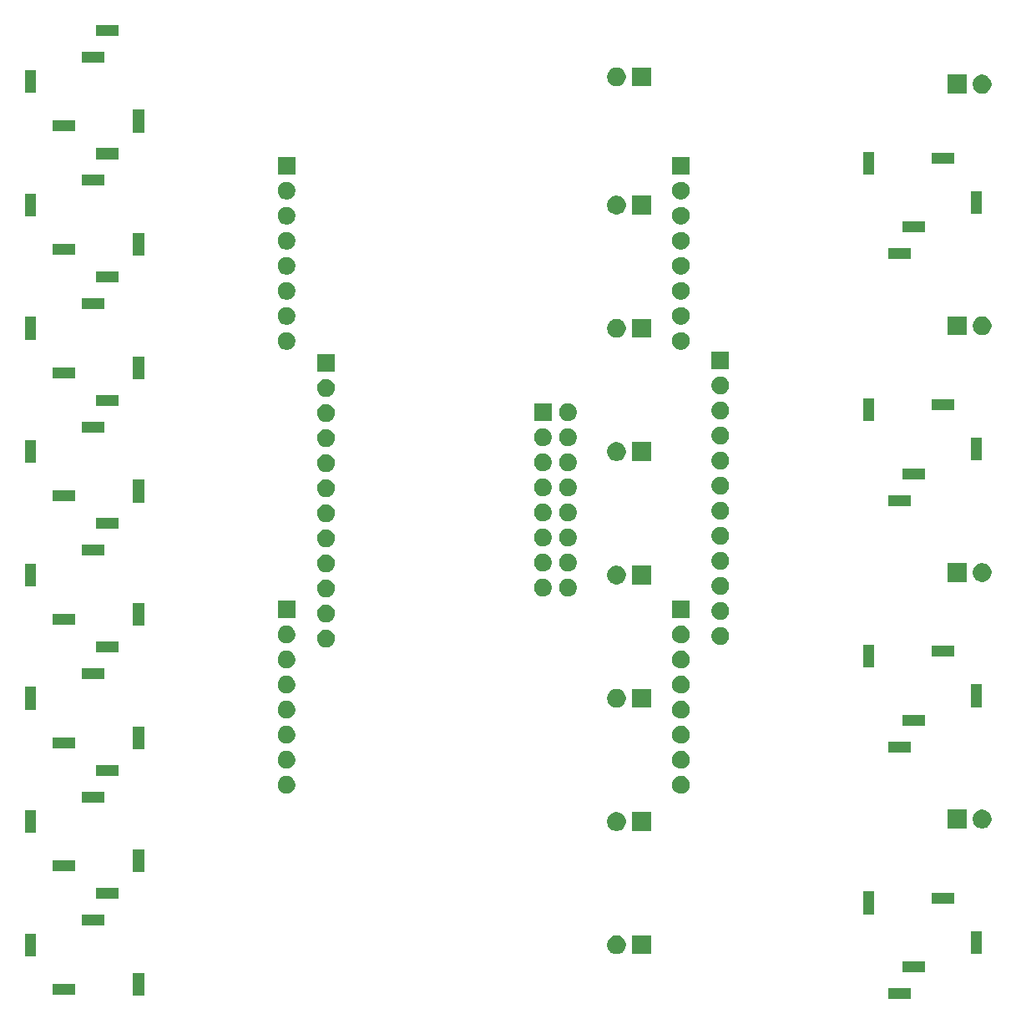
<source format=gbr>
G04 #@! TF.GenerationSoftware,KiCad,Pcbnew,(5.1.5)-3*
G04 #@! TF.CreationDate,2020-08-10T17:30:52-07:00*
G04 #@! TF.ProjectId,NAND,4e414e44-2e6b-4696-9361-645f70636258,rev?*
G04 #@! TF.SameCoordinates,Original*
G04 #@! TF.FileFunction,Soldermask,Bot*
G04 #@! TF.FilePolarity,Negative*
%FSLAX46Y46*%
G04 Gerber Fmt 4.6, Leading zero omitted, Abs format (unit mm)*
G04 Created by KiCad (PCBNEW (5.1.5)-3) date 2020-08-10 17:30:52*
%MOMM*%
%LPD*%
G04 APERTURE LIST*
%ADD10C,0.100000*%
G04 APERTURE END LIST*
D10*
G36*
X91351000Y-99501000D02*
G01*
X89049000Y-99501000D01*
X89049000Y-98399000D01*
X91351000Y-98399000D01*
X91351000Y-99501000D01*
G37*
G36*
X13551000Y-99151000D02*
G01*
X12449000Y-99151000D01*
X12449000Y-96849000D01*
X13551000Y-96849000D01*
X13551000Y-99151000D01*
G37*
G36*
X6551000Y-99051000D02*
G01*
X4249000Y-99051000D01*
X4249000Y-97949000D01*
X6551000Y-97949000D01*
X6551000Y-99051000D01*
G37*
G36*
X92751000Y-96801000D02*
G01*
X90449000Y-96801000D01*
X90449000Y-95699000D01*
X92751000Y-95699000D01*
X92751000Y-96801000D01*
G37*
G36*
X2551000Y-95151000D02*
G01*
X1449000Y-95151000D01*
X1449000Y-92849000D01*
X2551000Y-92849000D01*
X2551000Y-95151000D01*
G37*
G36*
X64951000Y-94951000D02*
G01*
X63049000Y-94951000D01*
X63049000Y-93049000D01*
X64951000Y-93049000D01*
X64951000Y-94951000D01*
G37*
G36*
X61737395Y-93085546D02*
G01*
X61910466Y-93157234D01*
X61910467Y-93157235D01*
X62066227Y-93261310D01*
X62198690Y-93393773D01*
X62198691Y-93393775D01*
X62302766Y-93549534D01*
X62374454Y-93722605D01*
X62411000Y-93906333D01*
X62411000Y-94093667D01*
X62374454Y-94277395D01*
X62302766Y-94450466D01*
X62302765Y-94450467D01*
X62198690Y-94606227D01*
X62066227Y-94738690D01*
X61987818Y-94791081D01*
X61910466Y-94842766D01*
X61737395Y-94914454D01*
X61553667Y-94951000D01*
X61366333Y-94951000D01*
X61182605Y-94914454D01*
X61009534Y-94842766D01*
X60932182Y-94791081D01*
X60853773Y-94738690D01*
X60721310Y-94606227D01*
X60617235Y-94450467D01*
X60617234Y-94450466D01*
X60545546Y-94277395D01*
X60509000Y-94093667D01*
X60509000Y-93906333D01*
X60545546Y-93722605D01*
X60617234Y-93549534D01*
X60721309Y-93393775D01*
X60721310Y-93393773D01*
X60853773Y-93261310D01*
X61009533Y-93157235D01*
X61009534Y-93157234D01*
X61182605Y-93085546D01*
X61366333Y-93049000D01*
X61553667Y-93049000D01*
X61737395Y-93085546D01*
G37*
G36*
X98551000Y-94901000D02*
G01*
X97449000Y-94901000D01*
X97449000Y-92599000D01*
X98551000Y-92599000D01*
X98551000Y-94901000D01*
G37*
G36*
X9551000Y-92051000D02*
G01*
X7249000Y-92051000D01*
X7249000Y-90949000D01*
X9551000Y-90949000D01*
X9551000Y-92051000D01*
G37*
G36*
X87551000Y-90901000D02*
G01*
X86449000Y-90901000D01*
X86449000Y-88599000D01*
X87551000Y-88599000D01*
X87551000Y-90901000D01*
G37*
G36*
X95751000Y-89801000D02*
G01*
X93449000Y-89801000D01*
X93449000Y-88699000D01*
X95751000Y-88699000D01*
X95751000Y-89801000D01*
G37*
G36*
X10951000Y-89351000D02*
G01*
X8649000Y-89351000D01*
X8649000Y-88249000D01*
X10951000Y-88249000D01*
X10951000Y-89351000D01*
G37*
G36*
X13551000Y-86651000D02*
G01*
X12449000Y-86651000D01*
X12449000Y-84349000D01*
X13551000Y-84349000D01*
X13551000Y-86651000D01*
G37*
G36*
X6551000Y-86551000D02*
G01*
X4249000Y-86551000D01*
X4249000Y-85449000D01*
X6551000Y-85449000D01*
X6551000Y-86551000D01*
G37*
G36*
X2551000Y-82651000D02*
G01*
X1449000Y-82651000D01*
X1449000Y-80349000D01*
X2551000Y-80349000D01*
X2551000Y-82651000D01*
G37*
G36*
X64951000Y-82451000D02*
G01*
X63049000Y-82451000D01*
X63049000Y-80549000D01*
X64951000Y-80549000D01*
X64951000Y-82451000D01*
G37*
G36*
X61737395Y-80585546D02*
G01*
X61910466Y-80657234D01*
X61910467Y-80657235D01*
X62066227Y-80761310D01*
X62198690Y-80893773D01*
X62198691Y-80893775D01*
X62302766Y-81049534D01*
X62374454Y-81222605D01*
X62411000Y-81406333D01*
X62411000Y-81593667D01*
X62374454Y-81777395D01*
X62302766Y-81950466D01*
X62302765Y-81950467D01*
X62198690Y-82106227D01*
X62066227Y-82238690D01*
X61987818Y-82291081D01*
X61910466Y-82342766D01*
X61737395Y-82414454D01*
X61553667Y-82451000D01*
X61366333Y-82451000D01*
X61182605Y-82414454D01*
X61009534Y-82342766D01*
X60932182Y-82291081D01*
X60853773Y-82238690D01*
X60721310Y-82106227D01*
X60617235Y-81950467D01*
X60617234Y-81950466D01*
X60545546Y-81777395D01*
X60509000Y-81593667D01*
X60509000Y-81406333D01*
X60545546Y-81222605D01*
X60617234Y-81049534D01*
X60721309Y-80893775D01*
X60721310Y-80893773D01*
X60853773Y-80761310D01*
X61009533Y-80657235D01*
X61009534Y-80657234D01*
X61182605Y-80585546D01*
X61366333Y-80549000D01*
X61553667Y-80549000D01*
X61737395Y-80585546D01*
G37*
G36*
X96951000Y-82201000D02*
G01*
X95049000Y-82201000D01*
X95049000Y-80299000D01*
X96951000Y-80299000D01*
X96951000Y-82201000D01*
G37*
G36*
X98817395Y-80335546D02*
G01*
X98990466Y-80407234D01*
X98990467Y-80407235D01*
X99146227Y-80511310D01*
X99278690Y-80643773D01*
X99278691Y-80643775D01*
X99382766Y-80799534D01*
X99454454Y-80972605D01*
X99491000Y-81156333D01*
X99491000Y-81343667D01*
X99454454Y-81527395D01*
X99382766Y-81700466D01*
X99382765Y-81700467D01*
X99278690Y-81856227D01*
X99146227Y-81988690D01*
X99067818Y-82041081D01*
X98990466Y-82092766D01*
X98817395Y-82164454D01*
X98633667Y-82201000D01*
X98446333Y-82201000D01*
X98262605Y-82164454D01*
X98089534Y-82092766D01*
X98012182Y-82041081D01*
X97933773Y-81988690D01*
X97801310Y-81856227D01*
X97697235Y-81700467D01*
X97697234Y-81700466D01*
X97625546Y-81527395D01*
X97589000Y-81343667D01*
X97589000Y-81156333D01*
X97625546Y-80972605D01*
X97697234Y-80799534D01*
X97801309Y-80643775D01*
X97801310Y-80643773D01*
X97933773Y-80511310D01*
X98089533Y-80407235D01*
X98089534Y-80407234D01*
X98262605Y-80335546D01*
X98446333Y-80299000D01*
X98633667Y-80299000D01*
X98817395Y-80335546D01*
G37*
G36*
X9551000Y-79551000D02*
G01*
X7249000Y-79551000D01*
X7249000Y-78449000D01*
X9551000Y-78449000D01*
X9551000Y-79551000D01*
G37*
G36*
X68113512Y-76883927D02*
G01*
X68262812Y-76913624D01*
X68426784Y-76981544D01*
X68574354Y-77080147D01*
X68699853Y-77205646D01*
X68798456Y-77353216D01*
X68866376Y-77517188D01*
X68901000Y-77691259D01*
X68901000Y-77868741D01*
X68866376Y-78042812D01*
X68798456Y-78206784D01*
X68699853Y-78354354D01*
X68574354Y-78479853D01*
X68426784Y-78578456D01*
X68262812Y-78646376D01*
X68113512Y-78676073D01*
X68088742Y-78681000D01*
X67911258Y-78681000D01*
X67886488Y-78676073D01*
X67737188Y-78646376D01*
X67573216Y-78578456D01*
X67425646Y-78479853D01*
X67300147Y-78354354D01*
X67201544Y-78206784D01*
X67133624Y-78042812D01*
X67099000Y-77868741D01*
X67099000Y-77691259D01*
X67133624Y-77517188D01*
X67201544Y-77353216D01*
X67300147Y-77205646D01*
X67425646Y-77080147D01*
X67573216Y-76981544D01*
X67737188Y-76913624D01*
X67886488Y-76883927D01*
X67911258Y-76879000D01*
X68088742Y-76879000D01*
X68113512Y-76883927D01*
G37*
G36*
X28113512Y-76883927D02*
G01*
X28262812Y-76913624D01*
X28426784Y-76981544D01*
X28574354Y-77080147D01*
X28699853Y-77205646D01*
X28798456Y-77353216D01*
X28866376Y-77517188D01*
X28901000Y-77691259D01*
X28901000Y-77868741D01*
X28866376Y-78042812D01*
X28798456Y-78206784D01*
X28699853Y-78354354D01*
X28574354Y-78479853D01*
X28426784Y-78578456D01*
X28262812Y-78646376D01*
X28113512Y-78676073D01*
X28088742Y-78681000D01*
X27911258Y-78681000D01*
X27886488Y-78676073D01*
X27737188Y-78646376D01*
X27573216Y-78578456D01*
X27425646Y-78479853D01*
X27300147Y-78354354D01*
X27201544Y-78206784D01*
X27133624Y-78042812D01*
X27099000Y-77868741D01*
X27099000Y-77691259D01*
X27133624Y-77517188D01*
X27201544Y-77353216D01*
X27300147Y-77205646D01*
X27425646Y-77080147D01*
X27573216Y-76981544D01*
X27737188Y-76913624D01*
X27886488Y-76883927D01*
X27911258Y-76879000D01*
X28088742Y-76879000D01*
X28113512Y-76883927D01*
G37*
G36*
X10951000Y-76851000D02*
G01*
X8649000Y-76851000D01*
X8649000Y-75749000D01*
X10951000Y-75749000D01*
X10951000Y-76851000D01*
G37*
G36*
X28113512Y-74343927D02*
G01*
X28262812Y-74373624D01*
X28426784Y-74441544D01*
X28574354Y-74540147D01*
X28699853Y-74665646D01*
X28798456Y-74813216D01*
X28866376Y-74977188D01*
X28901000Y-75151259D01*
X28901000Y-75328741D01*
X28866376Y-75502812D01*
X28798456Y-75666784D01*
X28699853Y-75814354D01*
X28574354Y-75939853D01*
X28426784Y-76038456D01*
X28262812Y-76106376D01*
X28113512Y-76136073D01*
X28088742Y-76141000D01*
X27911258Y-76141000D01*
X27886488Y-76136073D01*
X27737188Y-76106376D01*
X27573216Y-76038456D01*
X27425646Y-75939853D01*
X27300147Y-75814354D01*
X27201544Y-75666784D01*
X27133624Y-75502812D01*
X27099000Y-75328741D01*
X27099000Y-75151259D01*
X27133624Y-74977188D01*
X27201544Y-74813216D01*
X27300147Y-74665646D01*
X27425646Y-74540147D01*
X27573216Y-74441544D01*
X27737188Y-74373624D01*
X27886488Y-74343927D01*
X27911258Y-74339000D01*
X28088742Y-74339000D01*
X28113512Y-74343927D01*
G37*
G36*
X68113512Y-74343927D02*
G01*
X68262812Y-74373624D01*
X68426784Y-74441544D01*
X68574354Y-74540147D01*
X68699853Y-74665646D01*
X68798456Y-74813216D01*
X68866376Y-74977188D01*
X68901000Y-75151259D01*
X68901000Y-75328741D01*
X68866376Y-75502812D01*
X68798456Y-75666784D01*
X68699853Y-75814354D01*
X68574354Y-75939853D01*
X68426784Y-76038456D01*
X68262812Y-76106376D01*
X68113512Y-76136073D01*
X68088742Y-76141000D01*
X67911258Y-76141000D01*
X67886488Y-76136073D01*
X67737188Y-76106376D01*
X67573216Y-76038456D01*
X67425646Y-75939853D01*
X67300147Y-75814354D01*
X67201544Y-75666784D01*
X67133624Y-75502812D01*
X67099000Y-75328741D01*
X67099000Y-75151259D01*
X67133624Y-74977188D01*
X67201544Y-74813216D01*
X67300147Y-74665646D01*
X67425646Y-74540147D01*
X67573216Y-74441544D01*
X67737188Y-74373624D01*
X67886488Y-74343927D01*
X67911258Y-74339000D01*
X68088742Y-74339000D01*
X68113512Y-74343927D01*
G37*
G36*
X91351000Y-74501000D02*
G01*
X89049000Y-74501000D01*
X89049000Y-73399000D01*
X91351000Y-73399000D01*
X91351000Y-74501000D01*
G37*
G36*
X13551000Y-74151000D02*
G01*
X12449000Y-74151000D01*
X12449000Y-71849000D01*
X13551000Y-71849000D01*
X13551000Y-74151000D01*
G37*
G36*
X6551000Y-74051000D02*
G01*
X4249000Y-74051000D01*
X4249000Y-72949000D01*
X6551000Y-72949000D01*
X6551000Y-74051000D01*
G37*
G36*
X28113512Y-71803927D02*
G01*
X28262812Y-71833624D01*
X28426784Y-71901544D01*
X28574354Y-72000147D01*
X28699853Y-72125646D01*
X28798456Y-72273216D01*
X28866376Y-72437188D01*
X28901000Y-72611259D01*
X28901000Y-72788741D01*
X28866376Y-72962812D01*
X28798456Y-73126784D01*
X28699853Y-73274354D01*
X28574354Y-73399853D01*
X28426784Y-73498456D01*
X28262812Y-73566376D01*
X28113512Y-73596073D01*
X28088742Y-73601000D01*
X27911258Y-73601000D01*
X27886488Y-73596073D01*
X27737188Y-73566376D01*
X27573216Y-73498456D01*
X27425646Y-73399853D01*
X27300147Y-73274354D01*
X27201544Y-73126784D01*
X27133624Y-72962812D01*
X27099000Y-72788741D01*
X27099000Y-72611259D01*
X27133624Y-72437188D01*
X27201544Y-72273216D01*
X27300147Y-72125646D01*
X27425646Y-72000147D01*
X27573216Y-71901544D01*
X27737188Y-71833624D01*
X27886488Y-71803927D01*
X27911258Y-71799000D01*
X28088742Y-71799000D01*
X28113512Y-71803927D01*
G37*
G36*
X68113512Y-71803927D02*
G01*
X68262812Y-71833624D01*
X68426784Y-71901544D01*
X68574354Y-72000147D01*
X68699853Y-72125646D01*
X68798456Y-72273216D01*
X68866376Y-72437188D01*
X68901000Y-72611259D01*
X68901000Y-72788741D01*
X68866376Y-72962812D01*
X68798456Y-73126784D01*
X68699853Y-73274354D01*
X68574354Y-73399853D01*
X68426784Y-73498456D01*
X68262812Y-73566376D01*
X68113512Y-73596073D01*
X68088742Y-73601000D01*
X67911258Y-73601000D01*
X67886488Y-73596073D01*
X67737188Y-73566376D01*
X67573216Y-73498456D01*
X67425646Y-73399853D01*
X67300147Y-73274354D01*
X67201544Y-73126784D01*
X67133624Y-72962812D01*
X67099000Y-72788741D01*
X67099000Y-72611259D01*
X67133624Y-72437188D01*
X67201544Y-72273216D01*
X67300147Y-72125646D01*
X67425646Y-72000147D01*
X67573216Y-71901544D01*
X67737188Y-71833624D01*
X67886488Y-71803927D01*
X67911258Y-71799000D01*
X68088742Y-71799000D01*
X68113512Y-71803927D01*
G37*
G36*
X92751000Y-71801000D02*
G01*
X90449000Y-71801000D01*
X90449000Y-70699000D01*
X92751000Y-70699000D01*
X92751000Y-71801000D01*
G37*
G36*
X28113512Y-69263927D02*
G01*
X28262812Y-69293624D01*
X28426784Y-69361544D01*
X28574354Y-69460147D01*
X28699853Y-69585646D01*
X28798456Y-69733216D01*
X28866376Y-69897188D01*
X28901000Y-70071259D01*
X28901000Y-70248741D01*
X28866376Y-70422812D01*
X28798456Y-70586784D01*
X28699853Y-70734354D01*
X28574354Y-70859853D01*
X28426784Y-70958456D01*
X28262812Y-71026376D01*
X28113512Y-71056073D01*
X28088742Y-71061000D01*
X27911258Y-71061000D01*
X27886488Y-71056073D01*
X27737188Y-71026376D01*
X27573216Y-70958456D01*
X27425646Y-70859853D01*
X27300147Y-70734354D01*
X27201544Y-70586784D01*
X27133624Y-70422812D01*
X27099000Y-70248741D01*
X27099000Y-70071259D01*
X27133624Y-69897188D01*
X27201544Y-69733216D01*
X27300147Y-69585646D01*
X27425646Y-69460147D01*
X27573216Y-69361544D01*
X27737188Y-69293624D01*
X27886488Y-69263927D01*
X27911258Y-69259000D01*
X28088742Y-69259000D01*
X28113512Y-69263927D01*
G37*
G36*
X68113512Y-69263927D02*
G01*
X68262812Y-69293624D01*
X68426784Y-69361544D01*
X68574354Y-69460147D01*
X68699853Y-69585646D01*
X68798456Y-69733216D01*
X68866376Y-69897188D01*
X68901000Y-70071259D01*
X68901000Y-70248741D01*
X68866376Y-70422812D01*
X68798456Y-70586784D01*
X68699853Y-70734354D01*
X68574354Y-70859853D01*
X68426784Y-70958456D01*
X68262812Y-71026376D01*
X68113512Y-71056073D01*
X68088742Y-71061000D01*
X67911258Y-71061000D01*
X67886488Y-71056073D01*
X67737188Y-71026376D01*
X67573216Y-70958456D01*
X67425646Y-70859853D01*
X67300147Y-70734354D01*
X67201544Y-70586784D01*
X67133624Y-70422812D01*
X67099000Y-70248741D01*
X67099000Y-70071259D01*
X67133624Y-69897188D01*
X67201544Y-69733216D01*
X67300147Y-69585646D01*
X67425646Y-69460147D01*
X67573216Y-69361544D01*
X67737188Y-69293624D01*
X67886488Y-69263927D01*
X67911258Y-69259000D01*
X68088742Y-69259000D01*
X68113512Y-69263927D01*
G37*
G36*
X2551000Y-70151000D02*
G01*
X1449000Y-70151000D01*
X1449000Y-67849000D01*
X2551000Y-67849000D01*
X2551000Y-70151000D01*
G37*
G36*
X61737395Y-68085546D02*
G01*
X61910466Y-68157234D01*
X61910467Y-68157235D01*
X62066227Y-68261310D01*
X62198690Y-68393773D01*
X62251081Y-68472182D01*
X62302766Y-68549534D01*
X62374454Y-68722605D01*
X62411000Y-68906333D01*
X62411000Y-69093667D01*
X62374454Y-69277395D01*
X62302766Y-69450466D01*
X62251081Y-69527818D01*
X62198690Y-69606227D01*
X62066227Y-69738690D01*
X61987818Y-69791081D01*
X61910466Y-69842766D01*
X61737395Y-69914454D01*
X61553667Y-69951000D01*
X61366333Y-69951000D01*
X61182605Y-69914454D01*
X61009534Y-69842766D01*
X60932182Y-69791081D01*
X60853773Y-69738690D01*
X60721310Y-69606227D01*
X60668919Y-69527818D01*
X60617234Y-69450466D01*
X60545546Y-69277395D01*
X60509000Y-69093667D01*
X60509000Y-68906333D01*
X60545546Y-68722605D01*
X60617234Y-68549534D01*
X60668919Y-68472182D01*
X60721310Y-68393773D01*
X60853773Y-68261310D01*
X61009533Y-68157235D01*
X61009534Y-68157234D01*
X61182605Y-68085546D01*
X61366333Y-68049000D01*
X61553667Y-68049000D01*
X61737395Y-68085546D01*
G37*
G36*
X64951000Y-69951000D02*
G01*
X63049000Y-69951000D01*
X63049000Y-68049000D01*
X64951000Y-68049000D01*
X64951000Y-69951000D01*
G37*
G36*
X98551000Y-69901000D02*
G01*
X97449000Y-69901000D01*
X97449000Y-67599000D01*
X98551000Y-67599000D01*
X98551000Y-69901000D01*
G37*
G36*
X68113512Y-66723927D02*
G01*
X68262812Y-66753624D01*
X68426784Y-66821544D01*
X68574354Y-66920147D01*
X68699853Y-67045646D01*
X68798456Y-67193216D01*
X68866376Y-67357188D01*
X68901000Y-67531259D01*
X68901000Y-67708741D01*
X68866376Y-67882812D01*
X68798456Y-68046784D01*
X68699853Y-68194354D01*
X68574354Y-68319853D01*
X68426784Y-68418456D01*
X68262812Y-68486376D01*
X68113512Y-68516073D01*
X68088742Y-68521000D01*
X67911258Y-68521000D01*
X67886488Y-68516073D01*
X67737188Y-68486376D01*
X67573216Y-68418456D01*
X67425646Y-68319853D01*
X67300147Y-68194354D01*
X67201544Y-68046784D01*
X67133624Y-67882812D01*
X67099000Y-67708741D01*
X67099000Y-67531259D01*
X67133624Y-67357188D01*
X67201544Y-67193216D01*
X67300147Y-67045646D01*
X67425646Y-66920147D01*
X67573216Y-66821544D01*
X67737188Y-66753624D01*
X67886488Y-66723927D01*
X67911258Y-66719000D01*
X68088742Y-66719000D01*
X68113512Y-66723927D01*
G37*
G36*
X28113512Y-66723927D02*
G01*
X28262812Y-66753624D01*
X28426784Y-66821544D01*
X28574354Y-66920147D01*
X28699853Y-67045646D01*
X28798456Y-67193216D01*
X28866376Y-67357188D01*
X28901000Y-67531259D01*
X28901000Y-67708741D01*
X28866376Y-67882812D01*
X28798456Y-68046784D01*
X28699853Y-68194354D01*
X28574354Y-68319853D01*
X28426784Y-68418456D01*
X28262812Y-68486376D01*
X28113512Y-68516073D01*
X28088742Y-68521000D01*
X27911258Y-68521000D01*
X27886488Y-68516073D01*
X27737188Y-68486376D01*
X27573216Y-68418456D01*
X27425646Y-68319853D01*
X27300147Y-68194354D01*
X27201544Y-68046784D01*
X27133624Y-67882812D01*
X27099000Y-67708741D01*
X27099000Y-67531259D01*
X27133624Y-67357188D01*
X27201544Y-67193216D01*
X27300147Y-67045646D01*
X27425646Y-66920147D01*
X27573216Y-66821544D01*
X27737188Y-66753624D01*
X27886488Y-66723927D01*
X27911258Y-66719000D01*
X28088742Y-66719000D01*
X28113512Y-66723927D01*
G37*
G36*
X9551000Y-67051000D02*
G01*
X7249000Y-67051000D01*
X7249000Y-65949000D01*
X9551000Y-65949000D01*
X9551000Y-67051000D01*
G37*
G36*
X68113512Y-64183927D02*
G01*
X68262812Y-64213624D01*
X68426784Y-64281544D01*
X68574354Y-64380147D01*
X68699853Y-64505646D01*
X68798456Y-64653216D01*
X68866376Y-64817188D01*
X68901000Y-64991259D01*
X68901000Y-65168741D01*
X68866376Y-65342812D01*
X68798456Y-65506784D01*
X68699853Y-65654354D01*
X68574354Y-65779853D01*
X68426784Y-65878456D01*
X68262812Y-65946376D01*
X68113512Y-65976073D01*
X68088742Y-65981000D01*
X67911258Y-65981000D01*
X67886488Y-65976073D01*
X67737188Y-65946376D01*
X67573216Y-65878456D01*
X67425646Y-65779853D01*
X67300147Y-65654354D01*
X67201544Y-65506784D01*
X67133624Y-65342812D01*
X67099000Y-65168741D01*
X67099000Y-64991259D01*
X67133624Y-64817188D01*
X67201544Y-64653216D01*
X67300147Y-64505646D01*
X67425646Y-64380147D01*
X67573216Y-64281544D01*
X67737188Y-64213624D01*
X67886488Y-64183927D01*
X67911258Y-64179000D01*
X68088742Y-64179000D01*
X68113512Y-64183927D01*
G37*
G36*
X28113512Y-64183927D02*
G01*
X28262812Y-64213624D01*
X28426784Y-64281544D01*
X28574354Y-64380147D01*
X28699853Y-64505646D01*
X28798456Y-64653216D01*
X28866376Y-64817188D01*
X28901000Y-64991259D01*
X28901000Y-65168741D01*
X28866376Y-65342812D01*
X28798456Y-65506784D01*
X28699853Y-65654354D01*
X28574354Y-65779853D01*
X28426784Y-65878456D01*
X28262812Y-65946376D01*
X28113512Y-65976073D01*
X28088742Y-65981000D01*
X27911258Y-65981000D01*
X27886488Y-65976073D01*
X27737188Y-65946376D01*
X27573216Y-65878456D01*
X27425646Y-65779853D01*
X27300147Y-65654354D01*
X27201544Y-65506784D01*
X27133624Y-65342812D01*
X27099000Y-65168741D01*
X27099000Y-64991259D01*
X27133624Y-64817188D01*
X27201544Y-64653216D01*
X27300147Y-64505646D01*
X27425646Y-64380147D01*
X27573216Y-64281544D01*
X27737188Y-64213624D01*
X27886488Y-64183927D01*
X27911258Y-64179000D01*
X28088742Y-64179000D01*
X28113512Y-64183927D01*
G37*
G36*
X87551000Y-65901000D02*
G01*
X86449000Y-65901000D01*
X86449000Y-63599000D01*
X87551000Y-63599000D01*
X87551000Y-65901000D01*
G37*
G36*
X95751000Y-64801000D02*
G01*
X93449000Y-64801000D01*
X93449000Y-63699000D01*
X95751000Y-63699000D01*
X95751000Y-64801000D01*
G37*
G36*
X10951000Y-64351000D02*
G01*
X8649000Y-64351000D01*
X8649000Y-63249000D01*
X10951000Y-63249000D01*
X10951000Y-64351000D01*
G37*
G36*
X32113512Y-62043927D02*
G01*
X32262812Y-62073624D01*
X32426784Y-62141544D01*
X32574354Y-62240147D01*
X32699853Y-62365646D01*
X32798456Y-62513216D01*
X32866376Y-62677188D01*
X32901000Y-62851259D01*
X32901000Y-63028741D01*
X32866376Y-63202812D01*
X32798456Y-63366784D01*
X32699853Y-63514354D01*
X32574354Y-63639853D01*
X32426784Y-63738456D01*
X32262812Y-63806376D01*
X32113512Y-63836073D01*
X32088742Y-63841000D01*
X31911258Y-63841000D01*
X31886488Y-63836073D01*
X31737188Y-63806376D01*
X31573216Y-63738456D01*
X31425646Y-63639853D01*
X31300147Y-63514354D01*
X31201544Y-63366784D01*
X31133624Y-63202812D01*
X31099000Y-63028741D01*
X31099000Y-62851259D01*
X31133624Y-62677188D01*
X31201544Y-62513216D01*
X31300147Y-62365646D01*
X31425646Y-62240147D01*
X31573216Y-62141544D01*
X31737188Y-62073624D01*
X31886488Y-62043927D01*
X31911258Y-62039000D01*
X32088742Y-62039000D01*
X32113512Y-62043927D01*
G37*
G36*
X72113512Y-61793927D02*
G01*
X72262812Y-61823624D01*
X72426784Y-61891544D01*
X72574354Y-61990147D01*
X72699853Y-62115646D01*
X72798456Y-62263216D01*
X72866376Y-62427188D01*
X72901000Y-62601259D01*
X72901000Y-62778741D01*
X72866376Y-62952812D01*
X72798456Y-63116784D01*
X72699853Y-63264354D01*
X72574354Y-63389853D01*
X72426784Y-63488456D01*
X72262812Y-63556376D01*
X72113512Y-63586073D01*
X72088742Y-63591000D01*
X71911258Y-63591000D01*
X71886488Y-63586073D01*
X71737188Y-63556376D01*
X71573216Y-63488456D01*
X71425646Y-63389853D01*
X71300147Y-63264354D01*
X71201544Y-63116784D01*
X71133624Y-62952812D01*
X71099000Y-62778741D01*
X71099000Y-62601259D01*
X71133624Y-62427188D01*
X71201544Y-62263216D01*
X71300147Y-62115646D01*
X71425646Y-61990147D01*
X71573216Y-61891544D01*
X71737188Y-61823624D01*
X71886488Y-61793927D01*
X71911258Y-61789000D01*
X72088742Y-61789000D01*
X72113512Y-61793927D01*
G37*
G36*
X68113512Y-61643927D02*
G01*
X68262812Y-61673624D01*
X68426784Y-61741544D01*
X68574354Y-61840147D01*
X68699853Y-61965646D01*
X68798456Y-62113216D01*
X68866376Y-62277188D01*
X68901000Y-62451259D01*
X68901000Y-62628741D01*
X68866376Y-62802812D01*
X68798456Y-62966784D01*
X68699853Y-63114354D01*
X68574354Y-63239853D01*
X68426784Y-63338456D01*
X68262812Y-63406376D01*
X68113512Y-63436073D01*
X68088742Y-63441000D01*
X67911258Y-63441000D01*
X67886488Y-63436073D01*
X67737188Y-63406376D01*
X67573216Y-63338456D01*
X67425646Y-63239853D01*
X67300147Y-63114354D01*
X67201544Y-62966784D01*
X67133624Y-62802812D01*
X67099000Y-62628741D01*
X67099000Y-62451259D01*
X67133624Y-62277188D01*
X67201544Y-62113216D01*
X67300147Y-61965646D01*
X67425646Y-61840147D01*
X67573216Y-61741544D01*
X67737188Y-61673624D01*
X67886488Y-61643927D01*
X67911258Y-61639000D01*
X68088742Y-61639000D01*
X68113512Y-61643927D01*
G37*
G36*
X28113512Y-61643927D02*
G01*
X28262812Y-61673624D01*
X28426784Y-61741544D01*
X28574354Y-61840147D01*
X28699853Y-61965646D01*
X28798456Y-62113216D01*
X28866376Y-62277188D01*
X28901000Y-62451259D01*
X28901000Y-62628741D01*
X28866376Y-62802812D01*
X28798456Y-62966784D01*
X28699853Y-63114354D01*
X28574354Y-63239853D01*
X28426784Y-63338456D01*
X28262812Y-63406376D01*
X28113512Y-63436073D01*
X28088742Y-63441000D01*
X27911258Y-63441000D01*
X27886488Y-63436073D01*
X27737188Y-63406376D01*
X27573216Y-63338456D01*
X27425646Y-63239853D01*
X27300147Y-63114354D01*
X27201544Y-62966784D01*
X27133624Y-62802812D01*
X27099000Y-62628741D01*
X27099000Y-62451259D01*
X27133624Y-62277188D01*
X27201544Y-62113216D01*
X27300147Y-61965646D01*
X27425646Y-61840147D01*
X27573216Y-61741544D01*
X27737188Y-61673624D01*
X27886488Y-61643927D01*
X27911258Y-61639000D01*
X28088742Y-61639000D01*
X28113512Y-61643927D01*
G37*
G36*
X13551000Y-61651000D02*
G01*
X12449000Y-61651000D01*
X12449000Y-59349000D01*
X13551000Y-59349000D01*
X13551000Y-61651000D01*
G37*
G36*
X6551000Y-61551000D02*
G01*
X4249000Y-61551000D01*
X4249000Y-60449000D01*
X6551000Y-60449000D01*
X6551000Y-61551000D01*
G37*
G36*
X32113512Y-59503927D02*
G01*
X32262812Y-59533624D01*
X32426784Y-59601544D01*
X32574354Y-59700147D01*
X32699853Y-59825646D01*
X32798456Y-59973216D01*
X32866376Y-60137188D01*
X32901000Y-60311259D01*
X32901000Y-60488741D01*
X32866376Y-60662812D01*
X32798456Y-60826784D01*
X32699853Y-60974354D01*
X32574354Y-61099853D01*
X32426784Y-61198456D01*
X32262812Y-61266376D01*
X32113512Y-61296073D01*
X32088742Y-61301000D01*
X31911258Y-61301000D01*
X31886488Y-61296073D01*
X31737188Y-61266376D01*
X31573216Y-61198456D01*
X31425646Y-61099853D01*
X31300147Y-60974354D01*
X31201544Y-60826784D01*
X31133624Y-60662812D01*
X31099000Y-60488741D01*
X31099000Y-60311259D01*
X31133624Y-60137188D01*
X31201544Y-59973216D01*
X31300147Y-59825646D01*
X31425646Y-59700147D01*
X31573216Y-59601544D01*
X31737188Y-59533624D01*
X31886488Y-59503927D01*
X31911258Y-59499000D01*
X32088742Y-59499000D01*
X32113512Y-59503927D01*
G37*
G36*
X72113512Y-59253927D02*
G01*
X72262812Y-59283624D01*
X72426784Y-59351544D01*
X72574354Y-59450147D01*
X72699853Y-59575646D01*
X72798456Y-59723216D01*
X72866376Y-59887188D01*
X72901000Y-60061259D01*
X72901000Y-60238741D01*
X72866376Y-60412812D01*
X72798456Y-60576784D01*
X72699853Y-60724354D01*
X72574354Y-60849853D01*
X72426784Y-60948456D01*
X72262812Y-61016376D01*
X72113512Y-61046073D01*
X72088742Y-61051000D01*
X71911258Y-61051000D01*
X71886488Y-61046073D01*
X71737188Y-61016376D01*
X71573216Y-60948456D01*
X71425646Y-60849853D01*
X71300147Y-60724354D01*
X71201544Y-60576784D01*
X71133624Y-60412812D01*
X71099000Y-60238741D01*
X71099000Y-60061259D01*
X71133624Y-59887188D01*
X71201544Y-59723216D01*
X71300147Y-59575646D01*
X71425646Y-59450147D01*
X71573216Y-59351544D01*
X71737188Y-59283624D01*
X71886488Y-59253927D01*
X71911258Y-59249000D01*
X72088742Y-59249000D01*
X72113512Y-59253927D01*
G37*
G36*
X68901000Y-60901000D02*
G01*
X67099000Y-60901000D01*
X67099000Y-59099000D01*
X68901000Y-59099000D01*
X68901000Y-60901000D01*
G37*
G36*
X28901000Y-60901000D02*
G01*
X27099000Y-60901000D01*
X27099000Y-59099000D01*
X28901000Y-59099000D01*
X28901000Y-60901000D01*
G37*
G36*
X32113512Y-56963927D02*
G01*
X32262812Y-56993624D01*
X32426784Y-57061544D01*
X32574354Y-57160147D01*
X32699853Y-57285646D01*
X32798456Y-57433216D01*
X32866376Y-57597188D01*
X32901000Y-57771259D01*
X32901000Y-57948741D01*
X32866376Y-58122812D01*
X32798456Y-58286784D01*
X32699853Y-58434354D01*
X32574354Y-58559853D01*
X32426784Y-58658456D01*
X32262812Y-58726376D01*
X32113512Y-58756073D01*
X32088742Y-58761000D01*
X31911258Y-58761000D01*
X31886488Y-58756073D01*
X31737188Y-58726376D01*
X31573216Y-58658456D01*
X31425646Y-58559853D01*
X31300147Y-58434354D01*
X31201544Y-58286784D01*
X31133624Y-58122812D01*
X31099000Y-57948741D01*
X31099000Y-57771259D01*
X31133624Y-57597188D01*
X31201544Y-57433216D01*
X31300147Y-57285646D01*
X31425646Y-57160147D01*
X31573216Y-57061544D01*
X31737188Y-56993624D01*
X31886488Y-56963927D01*
X31911258Y-56959000D01*
X32088742Y-56959000D01*
X32113512Y-56963927D01*
G37*
G36*
X54113512Y-56883927D02*
G01*
X54262812Y-56913624D01*
X54426784Y-56981544D01*
X54574354Y-57080147D01*
X54699853Y-57205646D01*
X54798456Y-57353216D01*
X54866376Y-57517188D01*
X54892992Y-57651000D01*
X54901000Y-57691258D01*
X54901000Y-57868742D01*
X54900190Y-57872812D01*
X54866376Y-58042812D01*
X54798456Y-58206784D01*
X54699853Y-58354354D01*
X54574354Y-58479853D01*
X54426784Y-58578456D01*
X54262812Y-58646376D01*
X54113512Y-58676073D01*
X54088742Y-58681000D01*
X53911258Y-58681000D01*
X53886488Y-58676073D01*
X53737188Y-58646376D01*
X53573216Y-58578456D01*
X53425646Y-58479853D01*
X53300147Y-58354354D01*
X53201544Y-58206784D01*
X53133624Y-58042812D01*
X53099810Y-57872812D01*
X53099000Y-57868742D01*
X53099000Y-57691258D01*
X53107008Y-57651000D01*
X53133624Y-57517188D01*
X53201544Y-57353216D01*
X53300147Y-57205646D01*
X53425646Y-57080147D01*
X53573216Y-56981544D01*
X53737188Y-56913624D01*
X53886488Y-56883927D01*
X53911258Y-56879000D01*
X54088742Y-56879000D01*
X54113512Y-56883927D01*
G37*
G36*
X56653512Y-56883927D02*
G01*
X56802812Y-56913624D01*
X56966784Y-56981544D01*
X57114354Y-57080147D01*
X57239853Y-57205646D01*
X57338456Y-57353216D01*
X57406376Y-57517188D01*
X57432992Y-57651000D01*
X57441000Y-57691258D01*
X57441000Y-57868742D01*
X57440190Y-57872812D01*
X57406376Y-58042812D01*
X57338456Y-58206784D01*
X57239853Y-58354354D01*
X57114354Y-58479853D01*
X56966784Y-58578456D01*
X56802812Y-58646376D01*
X56653512Y-58676073D01*
X56628742Y-58681000D01*
X56451258Y-58681000D01*
X56426488Y-58676073D01*
X56277188Y-58646376D01*
X56113216Y-58578456D01*
X55965646Y-58479853D01*
X55840147Y-58354354D01*
X55741544Y-58206784D01*
X55673624Y-58042812D01*
X55639810Y-57872812D01*
X55639000Y-57868742D01*
X55639000Y-57691258D01*
X55647008Y-57651000D01*
X55673624Y-57517188D01*
X55741544Y-57353216D01*
X55840147Y-57205646D01*
X55965646Y-57080147D01*
X56113216Y-56981544D01*
X56277188Y-56913624D01*
X56426488Y-56883927D01*
X56451258Y-56879000D01*
X56628742Y-56879000D01*
X56653512Y-56883927D01*
G37*
G36*
X72113512Y-56713927D02*
G01*
X72262812Y-56743624D01*
X72426784Y-56811544D01*
X72574354Y-56910147D01*
X72699853Y-57035646D01*
X72798456Y-57183216D01*
X72866376Y-57347188D01*
X72887025Y-57451000D01*
X72900191Y-57517189D01*
X72901000Y-57521259D01*
X72901000Y-57698741D01*
X72866376Y-57872812D01*
X72798456Y-58036784D01*
X72699853Y-58184354D01*
X72574354Y-58309853D01*
X72426784Y-58408456D01*
X72262812Y-58476376D01*
X72113512Y-58506073D01*
X72088742Y-58511000D01*
X71911258Y-58511000D01*
X71886488Y-58506073D01*
X71737188Y-58476376D01*
X71573216Y-58408456D01*
X71425646Y-58309853D01*
X71300147Y-58184354D01*
X71201544Y-58036784D01*
X71133624Y-57872812D01*
X71099000Y-57698741D01*
X71099000Y-57521259D01*
X71099810Y-57517189D01*
X71112975Y-57451000D01*
X71133624Y-57347188D01*
X71201544Y-57183216D01*
X71300147Y-57035646D01*
X71425646Y-56910147D01*
X71573216Y-56811544D01*
X71737188Y-56743624D01*
X71886488Y-56713927D01*
X71911258Y-56709000D01*
X72088742Y-56709000D01*
X72113512Y-56713927D01*
G37*
G36*
X2551000Y-57651000D02*
G01*
X1449000Y-57651000D01*
X1449000Y-55349000D01*
X2551000Y-55349000D01*
X2551000Y-57651000D01*
G37*
G36*
X61737395Y-55585546D02*
G01*
X61910466Y-55657234D01*
X61987818Y-55708919D01*
X62066227Y-55761310D01*
X62198690Y-55893773D01*
X62250291Y-55971000D01*
X62302766Y-56049534D01*
X62374454Y-56222605D01*
X62411000Y-56406333D01*
X62411000Y-56593667D01*
X62374454Y-56777395D01*
X62302766Y-56950466D01*
X62282000Y-56981544D01*
X62198690Y-57106227D01*
X62066227Y-57238690D01*
X61987818Y-57291081D01*
X61910466Y-57342766D01*
X61737395Y-57414454D01*
X61553667Y-57451000D01*
X61366333Y-57451000D01*
X61182605Y-57414454D01*
X61009534Y-57342766D01*
X60932182Y-57291081D01*
X60853773Y-57238690D01*
X60721310Y-57106227D01*
X60638000Y-56981544D01*
X60617234Y-56950466D01*
X60545546Y-56777395D01*
X60509000Y-56593667D01*
X60509000Y-56406333D01*
X60545546Y-56222605D01*
X60617234Y-56049534D01*
X60669709Y-55971000D01*
X60721310Y-55893773D01*
X60853773Y-55761310D01*
X60932182Y-55708919D01*
X61009534Y-55657234D01*
X61182605Y-55585546D01*
X61366333Y-55549000D01*
X61553667Y-55549000D01*
X61737395Y-55585546D01*
G37*
G36*
X64951000Y-57451000D02*
G01*
X63049000Y-57451000D01*
X63049000Y-55549000D01*
X64951000Y-55549000D01*
X64951000Y-57451000D01*
G37*
G36*
X98817395Y-55335546D02*
G01*
X98990466Y-55407234D01*
X99067818Y-55458919D01*
X99146227Y-55511310D01*
X99278690Y-55643773D01*
X99279078Y-55644354D01*
X99382766Y-55799534D01*
X99454454Y-55972605D01*
X99491000Y-56156333D01*
X99491000Y-56343667D01*
X99454454Y-56527395D01*
X99382766Y-56700466D01*
X99353929Y-56743624D01*
X99278690Y-56856227D01*
X99146227Y-56988690D01*
X99067818Y-57041081D01*
X98990466Y-57092766D01*
X98817395Y-57164454D01*
X98633667Y-57201000D01*
X98446333Y-57201000D01*
X98262605Y-57164454D01*
X98089534Y-57092766D01*
X98012182Y-57041081D01*
X97933773Y-56988690D01*
X97801310Y-56856227D01*
X97726071Y-56743624D01*
X97697234Y-56700466D01*
X97625546Y-56527395D01*
X97589000Y-56343667D01*
X97589000Y-56156333D01*
X97625546Y-55972605D01*
X97697234Y-55799534D01*
X97800922Y-55644354D01*
X97801310Y-55643773D01*
X97933773Y-55511310D01*
X98012182Y-55458919D01*
X98089534Y-55407234D01*
X98262605Y-55335546D01*
X98446333Y-55299000D01*
X98633667Y-55299000D01*
X98817395Y-55335546D01*
G37*
G36*
X96951000Y-57201000D02*
G01*
X95049000Y-57201000D01*
X95049000Y-55299000D01*
X96951000Y-55299000D01*
X96951000Y-57201000D01*
G37*
G36*
X32113512Y-54423927D02*
G01*
X32262812Y-54453624D01*
X32426784Y-54521544D01*
X32574354Y-54620147D01*
X32699853Y-54745646D01*
X32798456Y-54893216D01*
X32866376Y-55057188D01*
X32901000Y-55231259D01*
X32901000Y-55408741D01*
X32866376Y-55582812D01*
X32798456Y-55746784D01*
X32699853Y-55894354D01*
X32574354Y-56019853D01*
X32426784Y-56118456D01*
X32262812Y-56186376D01*
X32113512Y-56216073D01*
X32088742Y-56221000D01*
X31911258Y-56221000D01*
X31886488Y-56216073D01*
X31737188Y-56186376D01*
X31573216Y-56118456D01*
X31425646Y-56019853D01*
X31300147Y-55894354D01*
X31201544Y-55746784D01*
X31133624Y-55582812D01*
X31099000Y-55408741D01*
X31099000Y-55231259D01*
X31133624Y-55057188D01*
X31201544Y-54893216D01*
X31300147Y-54745646D01*
X31425646Y-54620147D01*
X31573216Y-54521544D01*
X31737188Y-54453624D01*
X31886488Y-54423927D01*
X31911258Y-54419000D01*
X32088742Y-54419000D01*
X32113512Y-54423927D01*
G37*
G36*
X56653512Y-54343927D02*
G01*
X56802812Y-54373624D01*
X56966784Y-54441544D01*
X57114354Y-54540147D01*
X57239853Y-54665646D01*
X57338456Y-54813216D01*
X57406376Y-54977188D01*
X57436073Y-55126488D01*
X57441000Y-55151258D01*
X57441000Y-55328742D01*
X57439646Y-55335547D01*
X57406376Y-55502812D01*
X57338456Y-55666784D01*
X57239853Y-55814354D01*
X57114354Y-55939853D01*
X56966784Y-56038456D01*
X56802812Y-56106376D01*
X56653512Y-56136073D01*
X56628742Y-56141000D01*
X56451258Y-56141000D01*
X56426488Y-56136073D01*
X56277188Y-56106376D01*
X56113216Y-56038456D01*
X55965646Y-55939853D01*
X55840147Y-55814354D01*
X55741544Y-55666784D01*
X55673624Y-55502812D01*
X55640354Y-55335547D01*
X55639000Y-55328742D01*
X55639000Y-55151258D01*
X55643927Y-55126488D01*
X55673624Y-54977188D01*
X55741544Y-54813216D01*
X55840147Y-54665646D01*
X55965646Y-54540147D01*
X56113216Y-54441544D01*
X56277188Y-54373624D01*
X56426488Y-54343927D01*
X56451258Y-54339000D01*
X56628742Y-54339000D01*
X56653512Y-54343927D01*
G37*
G36*
X54113512Y-54343927D02*
G01*
X54262812Y-54373624D01*
X54426784Y-54441544D01*
X54574354Y-54540147D01*
X54699853Y-54665646D01*
X54798456Y-54813216D01*
X54866376Y-54977188D01*
X54896073Y-55126488D01*
X54901000Y-55151258D01*
X54901000Y-55328742D01*
X54899646Y-55335547D01*
X54866376Y-55502812D01*
X54798456Y-55666784D01*
X54699853Y-55814354D01*
X54574354Y-55939853D01*
X54426784Y-56038456D01*
X54262812Y-56106376D01*
X54113512Y-56136073D01*
X54088742Y-56141000D01*
X53911258Y-56141000D01*
X53886488Y-56136073D01*
X53737188Y-56106376D01*
X53573216Y-56038456D01*
X53425646Y-55939853D01*
X53300147Y-55814354D01*
X53201544Y-55666784D01*
X53133624Y-55502812D01*
X53100354Y-55335547D01*
X53099000Y-55328742D01*
X53099000Y-55151258D01*
X53103927Y-55126488D01*
X53133624Y-54977188D01*
X53201544Y-54813216D01*
X53300147Y-54665646D01*
X53425646Y-54540147D01*
X53573216Y-54441544D01*
X53737188Y-54373624D01*
X53886488Y-54343927D01*
X53911258Y-54339000D01*
X54088742Y-54339000D01*
X54113512Y-54343927D01*
G37*
G36*
X72113512Y-54173927D02*
G01*
X72262812Y-54203624D01*
X72426784Y-54271544D01*
X72574354Y-54370147D01*
X72699853Y-54495646D01*
X72798456Y-54643216D01*
X72866376Y-54807188D01*
X72896073Y-54956488D01*
X72900191Y-54977189D01*
X72901000Y-54981259D01*
X72901000Y-55158741D01*
X72866376Y-55332812D01*
X72798456Y-55496784D01*
X72699853Y-55644354D01*
X72574354Y-55769853D01*
X72426784Y-55868456D01*
X72262812Y-55936376D01*
X72113512Y-55966073D01*
X72088742Y-55971000D01*
X71911258Y-55971000D01*
X71886488Y-55966073D01*
X71737188Y-55936376D01*
X71573216Y-55868456D01*
X71425646Y-55769853D01*
X71300147Y-55644354D01*
X71201544Y-55496784D01*
X71133624Y-55332812D01*
X71099000Y-55158741D01*
X71099000Y-54981259D01*
X71099810Y-54977189D01*
X71103927Y-54956488D01*
X71133624Y-54807188D01*
X71201544Y-54643216D01*
X71300147Y-54495646D01*
X71425646Y-54370147D01*
X71573216Y-54271544D01*
X71737188Y-54203624D01*
X71886488Y-54173927D01*
X71911258Y-54169000D01*
X72088742Y-54169000D01*
X72113512Y-54173927D01*
G37*
G36*
X9551000Y-54551000D02*
G01*
X7249000Y-54551000D01*
X7249000Y-53449000D01*
X9551000Y-53449000D01*
X9551000Y-54551000D01*
G37*
G36*
X32113512Y-51883927D02*
G01*
X32262812Y-51913624D01*
X32426784Y-51981544D01*
X32574354Y-52080147D01*
X32699853Y-52205646D01*
X32798456Y-52353216D01*
X32866376Y-52517188D01*
X32901000Y-52691259D01*
X32901000Y-52868741D01*
X32866376Y-53042812D01*
X32798456Y-53206784D01*
X32699853Y-53354354D01*
X32574354Y-53479853D01*
X32426784Y-53578456D01*
X32262812Y-53646376D01*
X32113512Y-53676073D01*
X32088742Y-53681000D01*
X31911258Y-53681000D01*
X31886488Y-53676073D01*
X31737188Y-53646376D01*
X31573216Y-53578456D01*
X31425646Y-53479853D01*
X31300147Y-53354354D01*
X31201544Y-53206784D01*
X31133624Y-53042812D01*
X31099000Y-52868741D01*
X31099000Y-52691259D01*
X31133624Y-52517188D01*
X31201544Y-52353216D01*
X31300147Y-52205646D01*
X31425646Y-52080147D01*
X31573216Y-51981544D01*
X31737188Y-51913624D01*
X31886488Y-51883927D01*
X31911258Y-51879000D01*
X32088742Y-51879000D01*
X32113512Y-51883927D01*
G37*
G36*
X54113512Y-51803927D02*
G01*
X54262812Y-51833624D01*
X54426784Y-51901544D01*
X54574354Y-52000147D01*
X54699853Y-52125646D01*
X54798456Y-52273216D01*
X54866376Y-52437188D01*
X54896073Y-52586488D01*
X54901000Y-52611258D01*
X54901000Y-52788742D01*
X54900190Y-52792812D01*
X54866376Y-52962812D01*
X54798456Y-53126784D01*
X54699853Y-53274354D01*
X54574354Y-53399853D01*
X54426784Y-53498456D01*
X54262812Y-53566376D01*
X54113512Y-53596073D01*
X54088742Y-53601000D01*
X53911258Y-53601000D01*
X53886488Y-53596073D01*
X53737188Y-53566376D01*
X53573216Y-53498456D01*
X53425646Y-53399853D01*
X53300147Y-53274354D01*
X53201544Y-53126784D01*
X53133624Y-52962812D01*
X53099810Y-52792812D01*
X53099000Y-52788742D01*
X53099000Y-52611258D01*
X53103927Y-52586488D01*
X53133624Y-52437188D01*
X53201544Y-52273216D01*
X53300147Y-52125646D01*
X53425646Y-52000147D01*
X53573216Y-51901544D01*
X53737188Y-51833624D01*
X53886488Y-51803927D01*
X53911258Y-51799000D01*
X54088742Y-51799000D01*
X54113512Y-51803927D01*
G37*
G36*
X56653512Y-51803927D02*
G01*
X56802812Y-51833624D01*
X56966784Y-51901544D01*
X57114354Y-52000147D01*
X57239853Y-52125646D01*
X57338456Y-52273216D01*
X57406376Y-52437188D01*
X57436073Y-52586488D01*
X57441000Y-52611258D01*
X57441000Y-52788742D01*
X57440190Y-52792812D01*
X57406376Y-52962812D01*
X57338456Y-53126784D01*
X57239853Y-53274354D01*
X57114354Y-53399853D01*
X56966784Y-53498456D01*
X56802812Y-53566376D01*
X56653512Y-53596073D01*
X56628742Y-53601000D01*
X56451258Y-53601000D01*
X56426488Y-53596073D01*
X56277188Y-53566376D01*
X56113216Y-53498456D01*
X55965646Y-53399853D01*
X55840147Y-53274354D01*
X55741544Y-53126784D01*
X55673624Y-52962812D01*
X55639810Y-52792812D01*
X55639000Y-52788742D01*
X55639000Y-52611258D01*
X55643927Y-52586488D01*
X55673624Y-52437188D01*
X55741544Y-52273216D01*
X55840147Y-52125646D01*
X55965646Y-52000147D01*
X56113216Y-51901544D01*
X56277188Y-51833624D01*
X56426488Y-51803927D01*
X56451258Y-51799000D01*
X56628742Y-51799000D01*
X56653512Y-51803927D01*
G37*
G36*
X72113512Y-51633927D02*
G01*
X72262812Y-51663624D01*
X72426784Y-51731544D01*
X72574354Y-51830147D01*
X72699853Y-51955646D01*
X72798456Y-52103216D01*
X72866376Y-52267188D01*
X72896073Y-52416488D01*
X72900191Y-52437189D01*
X72901000Y-52441259D01*
X72901000Y-52618741D01*
X72866376Y-52792812D01*
X72798456Y-52956784D01*
X72699853Y-53104354D01*
X72574354Y-53229853D01*
X72426784Y-53328456D01*
X72262812Y-53396376D01*
X72113512Y-53426073D01*
X72088742Y-53431000D01*
X71911258Y-53431000D01*
X71886488Y-53426073D01*
X71737188Y-53396376D01*
X71573216Y-53328456D01*
X71425646Y-53229853D01*
X71300147Y-53104354D01*
X71201544Y-52956784D01*
X71133624Y-52792812D01*
X71099000Y-52618741D01*
X71099000Y-52441259D01*
X71099810Y-52437189D01*
X71103927Y-52416488D01*
X71133624Y-52267188D01*
X71201544Y-52103216D01*
X71300147Y-51955646D01*
X71425646Y-51830147D01*
X71573216Y-51731544D01*
X71737188Y-51663624D01*
X71886488Y-51633927D01*
X71911258Y-51629000D01*
X72088742Y-51629000D01*
X72113512Y-51633927D01*
G37*
G36*
X10951000Y-51851000D02*
G01*
X8649000Y-51851000D01*
X8649000Y-50749000D01*
X10951000Y-50749000D01*
X10951000Y-51851000D01*
G37*
G36*
X32113512Y-49343927D02*
G01*
X32262812Y-49373624D01*
X32426784Y-49441544D01*
X32574354Y-49540147D01*
X32699853Y-49665646D01*
X32798456Y-49813216D01*
X32866376Y-49977188D01*
X32901000Y-50151259D01*
X32901000Y-50328741D01*
X32866376Y-50502812D01*
X32798456Y-50666784D01*
X32699853Y-50814354D01*
X32574354Y-50939853D01*
X32426784Y-51038456D01*
X32262812Y-51106376D01*
X32113512Y-51136073D01*
X32088742Y-51141000D01*
X31911258Y-51141000D01*
X31886488Y-51136073D01*
X31737188Y-51106376D01*
X31573216Y-51038456D01*
X31425646Y-50939853D01*
X31300147Y-50814354D01*
X31201544Y-50666784D01*
X31133624Y-50502812D01*
X31099000Y-50328741D01*
X31099000Y-50151259D01*
X31133624Y-49977188D01*
X31201544Y-49813216D01*
X31300147Y-49665646D01*
X31425646Y-49540147D01*
X31573216Y-49441544D01*
X31737188Y-49373624D01*
X31886488Y-49343927D01*
X31911258Y-49339000D01*
X32088742Y-49339000D01*
X32113512Y-49343927D01*
G37*
G36*
X56653512Y-49263927D02*
G01*
X56802812Y-49293624D01*
X56966784Y-49361544D01*
X57114354Y-49460147D01*
X57239853Y-49585646D01*
X57338456Y-49733216D01*
X57406376Y-49897188D01*
X57436073Y-50046488D01*
X57441000Y-50071258D01*
X57441000Y-50248742D01*
X57440190Y-50252812D01*
X57406376Y-50422812D01*
X57338456Y-50586784D01*
X57239853Y-50734354D01*
X57114354Y-50859853D01*
X56966784Y-50958456D01*
X56802812Y-51026376D01*
X56653512Y-51056073D01*
X56628742Y-51061000D01*
X56451258Y-51061000D01*
X56426488Y-51056073D01*
X56277188Y-51026376D01*
X56113216Y-50958456D01*
X55965646Y-50859853D01*
X55840147Y-50734354D01*
X55741544Y-50586784D01*
X55673624Y-50422812D01*
X55639810Y-50252812D01*
X55639000Y-50248742D01*
X55639000Y-50071258D01*
X55643927Y-50046488D01*
X55673624Y-49897188D01*
X55741544Y-49733216D01*
X55840147Y-49585646D01*
X55965646Y-49460147D01*
X56113216Y-49361544D01*
X56277188Y-49293624D01*
X56426488Y-49263927D01*
X56451258Y-49259000D01*
X56628742Y-49259000D01*
X56653512Y-49263927D01*
G37*
G36*
X54113512Y-49263927D02*
G01*
X54262812Y-49293624D01*
X54426784Y-49361544D01*
X54574354Y-49460147D01*
X54699853Y-49585646D01*
X54798456Y-49733216D01*
X54866376Y-49897188D01*
X54896073Y-50046488D01*
X54901000Y-50071258D01*
X54901000Y-50248742D01*
X54900190Y-50252812D01*
X54866376Y-50422812D01*
X54798456Y-50586784D01*
X54699853Y-50734354D01*
X54574354Y-50859853D01*
X54426784Y-50958456D01*
X54262812Y-51026376D01*
X54113512Y-51056073D01*
X54088742Y-51061000D01*
X53911258Y-51061000D01*
X53886488Y-51056073D01*
X53737188Y-51026376D01*
X53573216Y-50958456D01*
X53425646Y-50859853D01*
X53300147Y-50734354D01*
X53201544Y-50586784D01*
X53133624Y-50422812D01*
X53099810Y-50252812D01*
X53099000Y-50248742D01*
X53099000Y-50071258D01*
X53103927Y-50046488D01*
X53133624Y-49897188D01*
X53201544Y-49733216D01*
X53300147Y-49585646D01*
X53425646Y-49460147D01*
X53573216Y-49361544D01*
X53737188Y-49293624D01*
X53886488Y-49263927D01*
X53911258Y-49259000D01*
X54088742Y-49259000D01*
X54113512Y-49263927D01*
G37*
G36*
X72113512Y-49093927D02*
G01*
X72262812Y-49123624D01*
X72426784Y-49191544D01*
X72574354Y-49290147D01*
X72699853Y-49415646D01*
X72798456Y-49563216D01*
X72866376Y-49727188D01*
X72896073Y-49876488D01*
X72900191Y-49897189D01*
X72901000Y-49901259D01*
X72901000Y-50078741D01*
X72866376Y-50252812D01*
X72798456Y-50416784D01*
X72699853Y-50564354D01*
X72574354Y-50689853D01*
X72426784Y-50788456D01*
X72262812Y-50856376D01*
X72113512Y-50886073D01*
X72088742Y-50891000D01*
X71911258Y-50891000D01*
X71886488Y-50886073D01*
X71737188Y-50856376D01*
X71573216Y-50788456D01*
X71425646Y-50689853D01*
X71300147Y-50564354D01*
X71201544Y-50416784D01*
X71133624Y-50252812D01*
X71099000Y-50078741D01*
X71099000Y-49901259D01*
X71099810Y-49897189D01*
X71103927Y-49876488D01*
X71133624Y-49727188D01*
X71201544Y-49563216D01*
X71300147Y-49415646D01*
X71425646Y-49290147D01*
X71573216Y-49191544D01*
X71737188Y-49123624D01*
X71886488Y-49093927D01*
X71911258Y-49089000D01*
X72088742Y-49089000D01*
X72113512Y-49093927D01*
G37*
G36*
X91351000Y-49501000D02*
G01*
X89049000Y-49501000D01*
X89049000Y-48399000D01*
X91351000Y-48399000D01*
X91351000Y-49501000D01*
G37*
G36*
X13551000Y-49151000D02*
G01*
X12449000Y-49151000D01*
X12449000Y-46849000D01*
X13551000Y-46849000D01*
X13551000Y-49151000D01*
G37*
G36*
X6551000Y-49051000D02*
G01*
X4249000Y-49051000D01*
X4249000Y-47949000D01*
X6551000Y-47949000D01*
X6551000Y-49051000D01*
G37*
G36*
X32113512Y-46803927D02*
G01*
X32262812Y-46833624D01*
X32426784Y-46901544D01*
X32574354Y-47000147D01*
X32699853Y-47125646D01*
X32798456Y-47273216D01*
X32866376Y-47437188D01*
X32901000Y-47611259D01*
X32901000Y-47788741D01*
X32866376Y-47962812D01*
X32798456Y-48126784D01*
X32699853Y-48274354D01*
X32574354Y-48399853D01*
X32426784Y-48498456D01*
X32262812Y-48566376D01*
X32113512Y-48596073D01*
X32088742Y-48601000D01*
X31911258Y-48601000D01*
X31886488Y-48596073D01*
X31737188Y-48566376D01*
X31573216Y-48498456D01*
X31425646Y-48399853D01*
X31300147Y-48274354D01*
X31201544Y-48126784D01*
X31133624Y-47962812D01*
X31099000Y-47788741D01*
X31099000Y-47611259D01*
X31133624Y-47437188D01*
X31201544Y-47273216D01*
X31300147Y-47125646D01*
X31425646Y-47000147D01*
X31573216Y-46901544D01*
X31737188Y-46833624D01*
X31886488Y-46803927D01*
X31911258Y-46799000D01*
X32088742Y-46799000D01*
X32113512Y-46803927D01*
G37*
G36*
X54113512Y-46723927D02*
G01*
X54262812Y-46753624D01*
X54426784Y-46821544D01*
X54574354Y-46920147D01*
X54699853Y-47045646D01*
X54798456Y-47193216D01*
X54866376Y-47357188D01*
X54896073Y-47506488D01*
X54901000Y-47531258D01*
X54901000Y-47708742D01*
X54900190Y-47712812D01*
X54866376Y-47882812D01*
X54798456Y-48046784D01*
X54699853Y-48194354D01*
X54574354Y-48319853D01*
X54426784Y-48418456D01*
X54262812Y-48486376D01*
X54113512Y-48516073D01*
X54088742Y-48521000D01*
X53911258Y-48521000D01*
X53886488Y-48516073D01*
X53737188Y-48486376D01*
X53573216Y-48418456D01*
X53425646Y-48319853D01*
X53300147Y-48194354D01*
X53201544Y-48046784D01*
X53133624Y-47882812D01*
X53099810Y-47712812D01*
X53099000Y-47708742D01*
X53099000Y-47531258D01*
X53103927Y-47506488D01*
X53133624Y-47357188D01*
X53201544Y-47193216D01*
X53300147Y-47045646D01*
X53425646Y-46920147D01*
X53573216Y-46821544D01*
X53737188Y-46753624D01*
X53886488Y-46723927D01*
X53911258Y-46719000D01*
X54088742Y-46719000D01*
X54113512Y-46723927D01*
G37*
G36*
X56653512Y-46723927D02*
G01*
X56802812Y-46753624D01*
X56966784Y-46821544D01*
X57114354Y-46920147D01*
X57239853Y-47045646D01*
X57338456Y-47193216D01*
X57406376Y-47357188D01*
X57436073Y-47506488D01*
X57441000Y-47531258D01*
X57441000Y-47708742D01*
X57440190Y-47712812D01*
X57406376Y-47882812D01*
X57338456Y-48046784D01*
X57239853Y-48194354D01*
X57114354Y-48319853D01*
X56966784Y-48418456D01*
X56802812Y-48486376D01*
X56653512Y-48516073D01*
X56628742Y-48521000D01*
X56451258Y-48521000D01*
X56426488Y-48516073D01*
X56277188Y-48486376D01*
X56113216Y-48418456D01*
X55965646Y-48319853D01*
X55840147Y-48194354D01*
X55741544Y-48046784D01*
X55673624Y-47882812D01*
X55639810Y-47712812D01*
X55639000Y-47708742D01*
X55639000Y-47531258D01*
X55643927Y-47506488D01*
X55673624Y-47357188D01*
X55741544Y-47193216D01*
X55840147Y-47045646D01*
X55965646Y-46920147D01*
X56113216Y-46821544D01*
X56277188Y-46753624D01*
X56426488Y-46723927D01*
X56451258Y-46719000D01*
X56628742Y-46719000D01*
X56653512Y-46723927D01*
G37*
G36*
X72113512Y-46553927D02*
G01*
X72262812Y-46583624D01*
X72426784Y-46651544D01*
X72574354Y-46750147D01*
X72699853Y-46875646D01*
X72798456Y-47023216D01*
X72866376Y-47187188D01*
X72896073Y-47336488D01*
X72900191Y-47357189D01*
X72901000Y-47361259D01*
X72901000Y-47538741D01*
X72866376Y-47712812D01*
X72798456Y-47876784D01*
X72699853Y-48024354D01*
X72574354Y-48149853D01*
X72426784Y-48248456D01*
X72262812Y-48316376D01*
X72113512Y-48346073D01*
X72088742Y-48351000D01*
X71911258Y-48351000D01*
X71886488Y-48346073D01*
X71737188Y-48316376D01*
X71573216Y-48248456D01*
X71425646Y-48149853D01*
X71300147Y-48024354D01*
X71201544Y-47876784D01*
X71133624Y-47712812D01*
X71099000Y-47538741D01*
X71099000Y-47361259D01*
X71099810Y-47357189D01*
X71103927Y-47336488D01*
X71133624Y-47187188D01*
X71201544Y-47023216D01*
X71300147Y-46875646D01*
X71425646Y-46750147D01*
X71573216Y-46651544D01*
X71737188Y-46583624D01*
X71886488Y-46553927D01*
X71911258Y-46549000D01*
X72088742Y-46549000D01*
X72113512Y-46553927D01*
G37*
G36*
X92751000Y-46801000D02*
G01*
X90449000Y-46801000D01*
X90449000Y-45699000D01*
X92751000Y-45699000D01*
X92751000Y-46801000D01*
G37*
G36*
X32113512Y-44263927D02*
G01*
X32262812Y-44293624D01*
X32426784Y-44361544D01*
X32574354Y-44460147D01*
X32699853Y-44585646D01*
X32798456Y-44733216D01*
X32866376Y-44897188D01*
X32901000Y-45071259D01*
X32901000Y-45248741D01*
X32866376Y-45422812D01*
X32798456Y-45586784D01*
X32699853Y-45734354D01*
X32574354Y-45859853D01*
X32426784Y-45958456D01*
X32262812Y-46026376D01*
X32113512Y-46056073D01*
X32088742Y-46061000D01*
X31911258Y-46061000D01*
X31886488Y-46056073D01*
X31737188Y-46026376D01*
X31573216Y-45958456D01*
X31425646Y-45859853D01*
X31300147Y-45734354D01*
X31201544Y-45586784D01*
X31133624Y-45422812D01*
X31099000Y-45248741D01*
X31099000Y-45071259D01*
X31133624Y-44897188D01*
X31201544Y-44733216D01*
X31300147Y-44585646D01*
X31425646Y-44460147D01*
X31573216Y-44361544D01*
X31737188Y-44293624D01*
X31886488Y-44263927D01*
X31911258Y-44259000D01*
X32088742Y-44259000D01*
X32113512Y-44263927D01*
G37*
G36*
X54113512Y-44183927D02*
G01*
X54262812Y-44213624D01*
X54426784Y-44281544D01*
X54574354Y-44380147D01*
X54699853Y-44505646D01*
X54798456Y-44653216D01*
X54866376Y-44817188D01*
X54885723Y-44914454D01*
X54901000Y-44991258D01*
X54901000Y-45168742D01*
X54900190Y-45172812D01*
X54866376Y-45342812D01*
X54798456Y-45506784D01*
X54699853Y-45654354D01*
X54574354Y-45779853D01*
X54426784Y-45878456D01*
X54262812Y-45946376D01*
X54113512Y-45976073D01*
X54088742Y-45981000D01*
X53911258Y-45981000D01*
X53886488Y-45976073D01*
X53737188Y-45946376D01*
X53573216Y-45878456D01*
X53425646Y-45779853D01*
X53300147Y-45654354D01*
X53201544Y-45506784D01*
X53133624Y-45342812D01*
X53099810Y-45172812D01*
X53099000Y-45168742D01*
X53099000Y-44991258D01*
X53114277Y-44914454D01*
X53133624Y-44817188D01*
X53201544Y-44653216D01*
X53300147Y-44505646D01*
X53425646Y-44380147D01*
X53573216Y-44281544D01*
X53737188Y-44213624D01*
X53886488Y-44183927D01*
X53911258Y-44179000D01*
X54088742Y-44179000D01*
X54113512Y-44183927D01*
G37*
G36*
X56653512Y-44183927D02*
G01*
X56802812Y-44213624D01*
X56966784Y-44281544D01*
X57114354Y-44380147D01*
X57239853Y-44505646D01*
X57338456Y-44653216D01*
X57406376Y-44817188D01*
X57425723Y-44914454D01*
X57441000Y-44991258D01*
X57441000Y-45168742D01*
X57440190Y-45172812D01*
X57406376Y-45342812D01*
X57338456Y-45506784D01*
X57239853Y-45654354D01*
X57114354Y-45779853D01*
X56966784Y-45878456D01*
X56802812Y-45946376D01*
X56653512Y-45976073D01*
X56628742Y-45981000D01*
X56451258Y-45981000D01*
X56426488Y-45976073D01*
X56277188Y-45946376D01*
X56113216Y-45878456D01*
X55965646Y-45779853D01*
X55840147Y-45654354D01*
X55741544Y-45506784D01*
X55673624Y-45342812D01*
X55639810Y-45172812D01*
X55639000Y-45168742D01*
X55639000Y-44991258D01*
X55654277Y-44914454D01*
X55673624Y-44817188D01*
X55741544Y-44653216D01*
X55840147Y-44505646D01*
X55965646Y-44380147D01*
X56113216Y-44281544D01*
X56277188Y-44213624D01*
X56426488Y-44183927D01*
X56451258Y-44179000D01*
X56628742Y-44179000D01*
X56653512Y-44183927D01*
G37*
G36*
X72113512Y-44013927D02*
G01*
X72262812Y-44043624D01*
X72426784Y-44111544D01*
X72574354Y-44210147D01*
X72699853Y-44335646D01*
X72798456Y-44483216D01*
X72866376Y-44647188D01*
X72896073Y-44796488D01*
X72900191Y-44817189D01*
X72901000Y-44821259D01*
X72901000Y-44998741D01*
X72866376Y-45172812D01*
X72798456Y-45336784D01*
X72699853Y-45484354D01*
X72574354Y-45609853D01*
X72426784Y-45708456D01*
X72262812Y-45776376D01*
X72113512Y-45806073D01*
X72088742Y-45811000D01*
X71911258Y-45811000D01*
X71886488Y-45806073D01*
X71737188Y-45776376D01*
X71573216Y-45708456D01*
X71425646Y-45609853D01*
X71300147Y-45484354D01*
X71201544Y-45336784D01*
X71133624Y-45172812D01*
X71099000Y-44998741D01*
X71099000Y-44821259D01*
X71099810Y-44817189D01*
X71103927Y-44796488D01*
X71133624Y-44647188D01*
X71201544Y-44483216D01*
X71300147Y-44335646D01*
X71425646Y-44210147D01*
X71573216Y-44111544D01*
X71737188Y-44043624D01*
X71886488Y-44013927D01*
X71911258Y-44009000D01*
X72088742Y-44009000D01*
X72113512Y-44013927D01*
G37*
G36*
X2551000Y-45151000D02*
G01*
X1449000Y-45151000D01*
X1449000Y-42849000D01*
X2551000Y-42849000D01*
X2551000Y-45151000D01*
G37*
G36*
X61737395Y-43085546D02*
G01*
X61910466Y-43157234D01*
X61966018Y-43194353D01*
X62066227Y-43261310D01*
X62198690Y-43393773D01*
X62230246Y-43441000D01*
X62302766Y-43549534D01*
X62374454Y-43722605D01*
X62411000Y-43906333D01*
X62411000Y-44093667D01*
X62374454Y-44277395D01*
X62302766Y-44450466D01*
X62280883Y-44483216D01*
X62198690Y-44606227D01*
X62066227Y-44738690D01*
X61987818Y-44791081D01*
X61910466Y-44842766D01*
X61737395Y-44914454D01*
X61553667Y-44951000D01*
X61366333Y-44951000D01*
X61182605Y-44914454D01*
X61009534Y-44842766D01*
X60932182Y-44791081D01*
X60853773Y-44738690D01*
X60721310Y-44606227D01*
X60639117Y-44483216D01*
X60617234Y-44450466D01*
X60545546Y-44277395D01*
X60509000Y-44093667D01*
X60509000Y-43906333D01*
X60545546Y-43722605D01*
X60617234Y-43549534D01*
X60689754Y-43441000D01*
X60721310Y-43393773D01*
X60853773Y-43261310D01*
X60953982Y-43194353D01*
X61009534Y-43157234D01*
X61182605Y-43085546D01*
X61366333Y-43049000D01*
X61553667Y-43049000D01*
X61737395Y-43085546D01*
G37*
G36*
X64951000Y-44951000D02*
G01*
X63049000Y-44951000D01*
X63049000Y-43049000D01*
X64951000Y-43049000D01*
X64951000Y-44951000D01*
G37*
G36*
X98551000Y-44901000D02*
G01*
X97449000Y-44901000D01*
X97449000Y-42599000D01*
X98551000Y-42599000D01*
X98551000Y-44901000D01*
G37*
G36*
X32113512Y-41723927D02*
G01*
X32262812Y-41753624D01*
X32426784Y-41821544D01*
X32574354Y-41920147D01*
X32699853Y-42045646D01*
X32798456Y-42193216D01*
X32866376Y-42357188D01*
X32901000Y-42531259D01*
X32901000Y-42708741D01*
X32866376Y-42882812D01*
X32798456Y-43046784D01*
X32699853Y-43194354D01*
X32574354Y-43319853D01*
X32426784Y-43418456D01*
X32262812Y-43486376D01*
X32113512Y-43516073D01*
X32088742Y-43521000D01*
X31911258Y-43521000D01*
X31886488Y-43516073D01*
X31737188Y-43486376D01*
X31573216Y-43418456D01*
X31425646Y-43319853D01*
X31300147Y-43194354D01*
X31201544Y-43046784D01*
X31133624Y-42882812D01*
X31099000Y-42708741D01*
X31099000Y-42531259D01*
X31133624Y-42357188D01*
X31201544Y-42193216D01*
X31300147Y-42045646D01*
X31425646Y-41920147D01*
X31573216Y-41821544D01*
X31737188Y-41753624D01*
X31886488Y-41723927D01*
X31911258Y-41719000D01*
X32088742Y-41719000D01*
X32113512Y-41723927D01*
G37*
G36*
X56653512Y-41643927D02*
G01*
X56802812Y-41673624D01*
X56966784Y-41741544D01*
X57114354Y-41840147D01*
X57239853Y-41965646D01*
X57338456Y-42113216D01*
X57406376Y-42277188D01*
X57436073Y-42426488D01*
X57441000Y-42451258D01*
X57441000Y-42628742D01*
X57440190Y-42632812D01*
X57406376Y-42802812D01*
X57338456Y-42966784D01*
X57239853Y-43114354D01*
X57114354Y-43239853D01*
X56966784Y-43338456D01*
X56802812Y-43406376D01*
X56653512Y-43436073D01*
X56628742Y-43441000D01*
X56451258Y-43441000D01*
X56426488Y-43436073D01*
X56277188Y-43406376D01*
X56113216Y-43338456D01*
X55965646Y-43239853D01*
X55840147Y-43114354D01*
X55741544Y-42966784D01*
X55673624Y-42802812D01*
X55639810Y-42632812D01*
X55639000Y-42628742D01*
X55639000Y-42451258D01*
X55643927Y-42426488D01*
X55673624Y-42277188D01*
X55741544Y-42113216D01*
X55840147Y-41965646D01*
X55965646Y-41840147D01*
X56113216Y-41741544D01*
X56277188Y-41673624D01*
X56426488Y-41643927D01*
X56451258Y-41639000D01*
X56628742Y-41639000D01*
X56653512Y-41643927D01*
G37*
G36*
X54113512Y-41643927D02*
G01*
X54262812Y-41673624D01*
X54426784Y-41741544D01*
X54574354Y-41840147D01*
X54699853Y-41965646D01*
X54798456Y-42113216D01*
X54866376Y-42277188D01*
X54896073Y-42426488D01*
X54901000Y-42451258D01*
X54901000Y-42628742D01*
X54900190Y-42632812D01*
X54866376Y-42802812D01*
X54798456Y-42966784D01*
X54699853Y-43114354D01*
X54574354Y-43239853D01*
X54426784Y-43338456D01*
X54262812Y-43406376D01*
X54113512Y-43436073D01*
X54088742Y-43441000D01*
X53911258Y-43441000D01*
X53886488Y-43436073D01*
X53737188Y-43406376D01*
X53573216Y-43338456D01*
X53425646Y-43239853D01*
X53300147Y-43114354D01*
X53201544Y-42966784D01*
X53133624Y-42802812D01*
X53099810Y-42632812D01*
X53099000Y-42628742D01*
X53099000Y-42451258D01*
X53103927Y-42426488D01*
X53133624Y-42277188D01*
X53201544Y-42113216D01*
X53300147Y-41965646D01*
X53425646Y-41840147D01*
X53573216Y-41741544D01*
X53737188Y-41673624D01*
X53886488Y-41643927D01*
X53911258Y-41639000D01*
X54088742Y-41639000D01*
X54113512Y-41643927D01*
G37*
G36*
X72113512Y-41473927D02*
G01*
X72262812Y-41503624D01*
X72426784Y-41571544D01*
X72574354Y-41670147D01*
X72699853Y-41795646D01*
X72798456Y-41943216D01*
X72866376Y-42107188D01*
X72896073Y-42256488D01*
X72900191Y-42277189D01*
X72901000Y-42281259D01*
X72901000Y-42458741D01*
X72866376Y-42632812D01*
X72798456Y-42796784D01*
X72699853Y-42944354D01*
X72574354Y-43069853D01*
X72426784Y-43168456D01*
X72262812Y-43236376D01*
X72113512Y-43266073D01*
X72088742Y-43271000D01*
X71911258Y-43271000D01*
X71886488Y-43266073D01*
X71737188Y-43236376D01*
X71573216Y-43168456D01*
X71425646Y-43069853D01*
X71300147Y-42944354D01*
X71201544Y-42796784D01*
X71133624Y-42632812D01*
X71099000Y-42458741D01*
X71099000Y-42281259D01*
X71099810Y-42277189D01*
X71103927Y-42256488D01*
X71133624Y-42107188D01*
X71201544Y-41943216D01*
X71300147Y-41795646D01*
X71425646Y-41670147D01*
X71573216Y-41571544D01*
X71737188Y-41503624D01*
X71886488Y-41473927D01*
X71911258Y-41469000D01*
X72088742Y-41469000D01*
X72113512Y-41473927D01*
G37*
G36*
X9551000Y-42051000D02*
G01*
X7249000Y-42051000D01*
X7249000Y-40949000D01*
X9551000Y-40949000D01*
X9551000Y-42051000D01*
G37*
G36*
X32113512Y-39183927D02*
G01*
X32262812Y-39213624D01*
X32426784Y-39281544D01*
X32574354Y-39380147D01*
X32699853Y-39505646D01*
X32798456Y-39653216D01*
X32866376Y-39817188D01*
X32901000Y-39991259D01*
X32901000Y-40168741D01*
X32866376Y-40342812D01*
X32798456Y-40506784D01*
X32699853Y-40654354D01*
X32574354Y-40779853D01*
X32426784Y-40878456D01*
X32262812Y-40946376D01*
X32113512Y-40976073D01*
X32088742Y-40981000D01*
X31911258Y-40981000D01*
X31886488Y-40976073D01*
X31737188Y-40946376D01*
X31573216Y-40878456D01*
X31425646Y-40779853D01*
X31300147Y-40654354D01*
X31201544Y-40506784D01*
X31133624Y-40342812D01*
X31099000Y-40168741D01*
X31099000Y-39991259D01*
X31133624Y-39817188D01*
X31201544Y-39653216D01*
X31300147Y-39505646D01*
X31425646Y-39380147D01*
X31573216Y-39281544D01*
X31737188Y-39213624D01*
X31886488Y-39183927D01*
X31911258Y-39179000D01*
X32088742Y-39179000D01*
X32113512Y-39183927D01*
G37*
G36*
X56653512Y-39103927D02*
G01*
X56802812Y-39133624D01*
X56966784Y-39201544D01*
X57114354Y-39300147D01*
X57239853Y-39425646D01*
X57338456Y-39573216D01*
X57406376Y-39737188D01*
X57436073Y-39886488D01*
X57441000Y-39911258D01*
X57441000Y-40088742D01*
X57440190Y-40092812D01*
X57406376Y-40262812D01*
X57338456Y-40426784D01*
X57239853Y-40574354D01*
X57114354Y-40699853D01*
X56966784Y-40798456D01*
X56802812Y-40866376D01*
X56653512Y-40896073D01*
X56628742Y-40901000D01*
X56451258Y-40901000D01*
X56426488Y-40896073D01*
X56277188Y-40866376D01*
X56113216Y-40798456D01*
X55965646Y-40699853D01*
X55840147Y-40574354D01*
X55741544Y-40426784D01*
X55673624Y-40262812D01*
X55639810Y-40092812D01*
X55639000Y-40088742D01*
X55639000Y-39911258D01*
X55643927Y-39886488D01*
X55673624Y-39737188D01*
X55741544Y-39573216D01*
X55840147Y-39425646D01*
X55965646Y-39300147D01*
X56113216Y-39201544D01*
X56277188Y-39133624D01*
X56426488Y-39103927D01*
X56451258Y-39099000D01*
X56628742Y-39099000D01*
X56653512Y-39103927D01*
G37*
G36*
X54901000Y-40901000D02*
G01*
X53099000Y-40901000D01*
X53099000Y-39099000D01*
X54901000Y-39099000D01*
X54901000Y-40901000D01*
G37*
G36*
X87551000Y-40901000D02*
G01*
X86449000Y-40901000D01*
X86449000Y-38599000D01*
X87551000Y-38599000D01*
X87551000Y-40901000D01*
G37*
G36*
X72113512Y-38933927D02*
G01*
X72262812Y-38963624D01*
X72426784Y-39031544D01*
X72574354Y-39130147D01*
X72699853Y-39255646D01*
X72798456Y-39403216D01*
X72866376Y-39567188D01*
X72896073Y-39716488D01*
X72900191Y-39737189D01*
X72901000Y-39741259D01*
X72901000Y-39918741D01*
X72866376Y-40092812D01*
X72798456Y-40256784D01*
X72699853Y-40404354D01*
X72574354Y-40529853D01*
X72426784Y-40628456D01*
X72262812Y-40696376D01*
X72113512Y-40726073D01*
X72088742Y-40731000D01*
X71911258Y-40731000D01*
X71886488Y-40726073D01*
X71737188Y-40696376D01*
X71573216Y-40628456D01*
X71425646Y-40529853D01*
X71300147Y-40404354D01*
X71201544Y-40256784D01*
X71133624Y-40092812D01*
X71099000Y-39918741D01*
X71099000Y-39741259D01*
X71099810Y-39737189D01*
X71103927Y-39716488D01*
X71133624Y-39567188D01*
X71201544Y-39403216D01*
X71300147Y-39255646D01*
X71425646Y-39130147D01*
X71573216Y-39031544D01*
X71737188Y-38963624D01*
X71886488Y-38933927D01*
X71911258Y-38929000D01*
X72088742Y-38929000D01*
X72113512Y-38933927D01*
G37*
G36*
X95751000Y-39801000D02*
G01*
X93449000Y-39801000D01*
X93449000Y-38699000D01*
X95751000Y-38699000D01*
X95751000Y-39801000D01*
G37*
G36*
X10951000Y-39351000D02*
G01*
X8649000Y-39351000D01*
X8649000Y-38249000D01*
X10951000Y-38249000D01*
X10951000Y-39351000D01*
G37*
G36*
X32113512Y-36643927D02*
G01*
X32262812Y-36673624D01*
X32426784Y-36741544D01*
X32574354Y-36840147D01*
X32699853Y-36965646D01*
X32798456Y-37113216D01*
X32866376Y-37277188D01*
X32901000Y-37451259D01*
X32901000Y-37628741D01*
X32866376Y-37802812D01*
X32798456Y-37966784D01*
X32699853Y-38114354D01*
X32574354Y-38239853D01*
X32426784Y-38338456D01*
X32262812Y-38406376D01*
X32113512Y-38436073D01*
X32088742Y-38441000D01*
X31911258Y-38441000D01*
X31886488Y-38436073D01*
X31737188Y-38406376D01*
X31573216Y-38338456D01*
X31425646Y-38239853D01*
X31300147Y-38114354D01*
X31201544Y-37966784D01*
X31133624Y-37802812D01*
X31099000Y-37628741D01*
X31099000Y-37451259D01*
X31133624Y-37277188D01*
X31201544Y-37113216D01*
X31300147Y-36965646D01*
X31425646Y-36840147D01*
X31573216Y-36741544D01*
X31737188Y-36673624D01*
X31886488Y-36643927D01*
X31911258Y-36639000D01*
X32088742Y-36639000D01*
X32113512Y-36643927D01*
G37*
G36*
X72113512Y-36393927D02*
G01*
X72262812Y-36423624D01*
X72426784Y-36491544D01*
X72574354Y-36590147D01*
X72699853Y-36715646D01*
X72798456Y-36863216D01*
X72866376Y-37027188D01*
X72901000Y-37201259D01*
X72901000Y-37378741D01*
X72866376Y-37552812D01*
X72798456Y-37716784D01*
X72699853Y-37864354D01*
X72574354Y-37989853D01*
X72426784Y-38088456D01*
X72262812Y-38156376D01*
X72113512Y-38186073D01*
X72088742Y-38191000D01*
X71911258Y-38191000D01*
X71886488Y-38186073D01*
X71737188Y-38156376D01*
X71573216Y-38088456D01*
X71425646Y-37989853D01*
X71300147Y-37864354D01*
X71201544Y-37716784D01*
X71133624Y-37552812D01*
X71099000Y-37378741D01*
X71099000Y-37201259D01*
X71133624Y-37027188D01*
X71201544Y-36863216D01*
X71300147Y-36715646D01*
X71425646Y-36590147D01*
X71573216Y-36491544D01*
X71737188Y-36423624D01*
X71886488Y-36393927D01*
X71911258Y-36389000D01*
X72088742Y-36389000D01*
X72113512Y-36393927D01*
G37*
G36*
X13551000Y-36651000D02*
G01*
X12449000Y-36651000D01*
X12449000Y-34349000D01*
X13551000Y-34349000D01*
X13551000Y-36651000D01*
G37*
G36*
X6551000Y-36551000D02*
G01*
X4249000Y-36551000D01*
X4249000Y-35449000D01*
X6551000Y-35449000D01*
X6551000Y-36551000D01*
G37*
G36*
X32901000Y-35901000D02*
G01*
X31099000Y-35901000D01*
X31099000Y-34099000D01*
X32901000Y-34099000D01*
X32901000Y-35901000D01*
G37*
G36*
X72901000Y-35651000D02*
G01*
X71099000Y-35651000D01*
X71099000Y-33849000D01*
X72901000Y-33849000D01*
X72901000Y-35651000D01*
G37*
G36*
X68113512Y-31883927D02*
G01*
X68262812Y-31913624D01*
X68426784Y-31981544D01*
X68574354Y-32080147D01*
X68699853Y-32205646D01*
X68798456Y-32353216D01*
X68866376Y-32517188D01*
X68901000Y-32691259D01*
X68901000Y-32868741D01*
X68866376Y-33042812D01*
X68798456Y-33206784D01*
X68699853Y-33354354D01*
X68574354Y-33479853D01*
X68426784Y-33578456D01*
X68262812Y-33646376D01*
X68113512Y-33676073D01*
X68088742Y-33681000D01*
X67911258Y-33681000D01*
X67886488Y-33676073D01*
X67737188Y-33646376D01*
X67573216Y-33578456D01*
X67425646Y-33479853D01*
X67300147Y-33354354D01*
X67201544Y-33206784D01*
X67133624Y-33042812D01*
X67099000Y-32868741D01*
X67099000Y-32691259D01*
X67133624Y-32517188D01*
X67201544Y-32353216D01*
X67300147Y-32205646D01*
X67425646Y-32080147D01*
X67573216Y-31981544D01*
X67737188Y-31913624D01*
X67886488Y-31883927D01*
X67911258Y-31879000D01*
X68088742Y-31879000D01*
X68113512Y-31883927D01*
G37*
G36*
X28113512Y-31883927D02*
G01*
X28262812Y-31913624D01*
X28426784Y-31981544D01*
X28574354Y-32080147D01*
X28699853Y-32205646D01*
X28798456Y-32353216D01*
X28866376Y-32517188D01*
X28901000Y-32691259D01*
X28901000Y-32868741D01*
X28866376Y-33042812D01*
X28798456Y-33206784D01*
X28699853Y-33354354D01*
X28574354Y-33479853D01*
X28426784Y-33578456D01*
X28262812Y-33646376D01*
X28113512Y-33676073D01*
X28088742Y-33681000D01*
X27911258Y-33681000D01*
X27886488Y-33676073D01*
X27737188Y-33646376D01*
X27573216Y-33578456D01*
X27425646Y-33479853D01*
X27300147Y-33354354D01*
X27201544Y-33206784D01*
X27133624Y-33042812D01*
X27099000Y-32868741D01*
X27099000Y-32691259D01*
X27133624Y-32517188D01*
X27201544Y-32353216D01*
X27300147Y-32205646D01*
X27425646Y-32080147D01*
X27573216Y-31981544D01*
X27737188Y-31913624D01*
X27886488Y-31883927D01*
X27911258Y-31879000D01*
X28088742Y-31879000D01*
X28113512Y-31883927D01*
G37*
G36*
X2551000Y-32651000D02*
G01*
X1449000Y-32651000D01*
X1449000Y-30349000D01*
X2551000Y-30349000D01*
X2551000Y-32651000D01*
G37*
G36*
X61737395Y-30585546D02*
G01*
X61910466Y-30657234D01*
X61987818Y-30708919D01*
X62066227Y-30761310D01*
X62198690Y-30893773D01*
X62251081Y-30972182D01*
X62302766Y-31049534D01*
X62374454Y-31222605D01*
X62411000Y-31406333D01*
X62411000Y-31593667D01*
X62374454Y-31777395D01*
X62302766Y-31950466D01*
X62302765Y-31950467D01*
X62198690Y-32106227D01*
X62066227Y-32238690D01*
X61987818Y-32291081D01*
X61910466Y-32342766D01*
X61737395Y-32414454D01*
X61553667Y-32451000D01*
X61366333Y-32451000D01*
X61182605Y-32414454D01*
X61009534Y-32342766D01*
X60932182Y-32291081D01*
X60853773Y-32238690D01*
X60721310Y-32106227D01*
X60617235Y-31950467D01*
X60617234Y-31950466D01*
X60545546Y-31777395D01*
X60509000Y-31593667D01*
X60509000Y-31406333D01*
X60545546Y-31222605D01*
X60617234Y-31049534D01*
X60668919Y-30972182D01*
X60721310Y-30893773D01*
X60853773Y-30761310D01*
X60932182Y-30708919D01*
X61009534Y-30657234D01*
X61182605Y-30585546D01*
X61366333Y-30549000D01*
X61553667Y-30549000D01*
X61737395Y-30585546D01*
G37*
G36*
X64951000Y-32451000D02*
G01*
X63049000Y-32451000D01*
X63049000Y-30549000D01*
X64951000Y-30549000D01*
X64951000Y-32451000D01*
G37*
G36*
X96951000Y-32201000D02*
G01*
X95049000Y-32201000D01*
X95049000Y-30299000D01*
X96951000Y-30299000D01*
X96951000Y-32201000D01*
G37*
G36*
X98817395Y-30335546D02*
G01*
X98990466Y-30407234D01*
X98990467Y-30407235D01*
X99146227Y-30511310D01*
X99278690Y-30643773D01*
X99278691Y-30643775D01*
X99382766Y-30799534D01*
X99454454Y-30972605D01*
X99491000Y-31156333D01*
X99491000Y-31343667D01*
X99454454Y-31527395D01*
X99382766Y-31700466D01*
X99382765Y-31700467D01*
X99278690Y-31856227D01*
X99146227Y-31988690D01*
X99067818Y-32041081D01*
X98990466Y-32092766D01*
X98817395Y-32164454D01*
X98633667Y-32201000D01*
X98446333Y-32201000D01*
X98262605Y-32164454D01*
X98089534Y-32092766D01*
X98012182Y-32041081D01*
X97933773Y-31988690D01*
X97801310Y-31856227D01*
X97697235Y-31700467D01*
X97697234Y-31700466D01*
X97625546Y-31527395D01*
X97589000Y-31343667D01*
X97589000Y-31156333D01*
X97625546Y-30972605D01*
X97697234Y-30799534D01*
X97801309Y-30643775D01*
X97801310Y-30643773D01*
X97933773Y-30511310D01*
X98089533Y-30407235D01*
X98089534Y-30407234D01*
X98262605Y-30335546D01*
X98446333Y-30299000D01*
X98633667Y-30299000D01*
X98817395Y-30335546D01*
G37*
G36*
X28113512Y-29343927D02*
G01*
X28262812Y-29373624D01*
X28426784Y-29441544D01*
X28574354Y-29540147D01*
X28699853Y-29665646D01*
X28798456Y-29813216D01*
X28866376Y-29977188D01*
X28896073Y-30126488D01*
X28901000Y-30151258D01*
X28901000Y-30328742D01*
X28899646Y-30335547D01*
X28866376Y-30502812D01*
X28798456Y-30666784D01*
X28699853Y-30814354D01*
X28574354Y-30939853D01*
X28426784Y-31038456D01*
X28262812Y-31106376D01*
X28113512Y-31136073D01*
X28088742Y-31141000D01*
X27911258Y-31141000D01*
X27886488Y-31136073D01*
X27737188Y-31106376D01*
X27573216Y-31038456D01*
X27425646Y-30939853D01*
X27300147Y-30814354D01*
X27201544Y-30666784D01*
X27133624Y-30502812D01*
X27100354Y-30335547D01*
X27099000Y-30328742D01*
X27099000Y-30151258D01*
X27103927Y-30126488D01*
X27133624Y-29977188D01*
X27201544Y-29813216D01*
X27300147Y-29665646D01*
X27425646Y-29540147D01*
X27573216Y-29441544D01*
X27737188Y-29373624D01*
X27886488Y-29343927D01*
X27911258Y-29339000D01*
X28088742Y-29339000D01*
X28113512Y-29343927D01*
G37*
G36*
X68113512Y-29343927D02*
G01*
X68262812Y-29373624D01*
X68426784Y-29441544D01*
X68574354Y-29540147D01*
X68699853Y-29665646D01*
X68798456Y-29813216D01*
X68866376Y-29977188D01*
X68896073Y-30126488D01*
X68901000Y-30151258D01*
X68901000Y-30328742D01*
X68899646Y-30335547D01*
X68866376Y-30502812D01*
X68798456Y-30666784D01*
X68699853Y-30814354D01*
X68574354Y-30939853D01*
X68426784Y-31038456D01*
X68262812Y-31106376D01*
X68113512Y-31136073D01*
X68088742Y-31141000D01*
X67911258Y-31141000D01*
X67886488Y-31136073D01*
X67737188Y-31106376D01*
X67573216Y-31038456D01*
X67425646Y-30939853D01*
X67300147Y-30814354D01*
X67201544Y-30666784D01*
X67133624Y-30502812D01*
X67100354Y-30335547D01*
X67099000Y-30328742D01*
X67099000Y-30151258D01*
X67103927Y-30126488D01*
X67133624Y-29977188D01*
X67201544Y-29813216D01*
X67300147Y-29665646D01*
X67425646Y-29540147D01*
X67573216Y-29441544D01*
X67737188Y-29373624D01*
X67886488Y-29343927D01*
X67911258Y-29339000D01*
X68088742Y-29339000D01*
X68113512Y-29343927D01*
G37*
G36*
X9551000Y-29551000D02*
G01*
X7249000Y-29551000D01*
X7249000Y-28449000D01*
X9551000Y-28449000D01*
X9551000Y-29551000D01*
G37*
G36*
X28113512Y-26803927D02*
G01*
X28262812Y-26833624D01*
X28426784Y-26901544D01*
X28574354Y-27000147D01*
X28699853Y-27125646D01*
X28798456Y-27273216D01*
X28866376Y-27437188D01*
X28901000Y-27611259D01*
X28901000Y-27788741D01*
X28866376Y-27962812D01*
X28798456Y-28126784D01*
X28699853Y-28274354D01*
X28574354Y-28399853D01*
X28426784Y-28498456D01*
X28262812Y-28566376D01*
X28113512Y-28596073D01*
X28088742Y-28601000D01*
X27911258Y-28601000D01*
X27886488Y-28596073D01*
X27737188Y-28566376D01*
X27573216Y-28498456D01*
X27425646Y-28399853D01*
X27300147Y-28274354D01*
X27201544Y-28126784D01*
X27133624Y-27962812D01*
X27099000Y-27788741D01*
X27099000Y-27611259D01*
X27133624Y-27437188D01*
X27201544Y-27273216D01*
X27300147Y-27125646D01*
X27425646Y-27000147D01*
X27573216Y-26901544D01*
X27737188Y-26833624D01*
X27886488Y-26803927D01*
X27911258Y-26799000D01*
X28088742Y-26799000D01*
X28113512Y-26803927D01*
G37*
G36*
X68113512Y-26803927D02*
G01*
X68262812Y-26833624D01*
X68426784Y-26901544D01*
X68574354Y-27000147D01*
X68699853Y-27125646D01*
X68798456Y-27273216D01*
X68866376Y-27437188D01*
X68901000Y-27611259D01*
X68901000Y-27788741D01*
X68866376Y-27962812D01*
X68798456Y-28126784D01*
X68699853Y-28274354D01*
X68574354Y-28399853D01*
X68426784Y-28498456D01*
X68262812Y-28566376D01*
X68113512Y-28596073D01*
X68088742Y-28601000D01*
X67911258Y-28601000D01*
X67886488Y-28596073D01*
X67737188Y-28566376D01*
X67573216Y-28498456D01*
X67425646Y-28399853D01*
X67300147Y-28274354D01*
X67201544Y-28126784D01*
X67133624Y-27962812D01*
X67099000Y-27788741D01*
X67099000Y-27611259D01*
X67133624Y-27437188D01*
X67201544Y-27273216D01*
X67300147Y-27125646D01*
X67425646Y-27000147D01*
X67573216Y-26901544D01*
X67737188Y-26833624D01*
X67886488Y-26803927D01*
X67911258Y-26799000D01*
X68088742Y-26799000D01*
X68113512Y-26803927D01*
G37*
G36*
X10951000Y-26851000D02*
G01*
X8649000Y-26851000D01*
X8649000Y-25749000D01*
X10951000Y-25749000D01*
X10951000Y-26851000D01*
G37*
G36*
X28113512Y-24263927D02*
G01*
X28262812Y-24293624D01*
X28426784Y-24361544D01*
X28574354Y-24460147D01*
X28699853Y-24585646D01*
X28798456Y-24733216D01*
X28866376Y-24897188D01*
X28901000Y-25071259D01*
X28901000Y-25248741D01*
X28866376Y-25422812D01*
X28798456Y-25586784D01*
X28699853Y-25734354D01*
X28574354Y-25859853D01*
X28426784Y-25958456D01*
X28262812Y-26026376D01*
X28113512Y-26056073D01*
X28088742Y-26061000D01*
X27911258Y-26061000D01*
X27886488Y-26056073D01*
X27737188Y-26026376D01*
X27573216Y-25958456D01*
X27425646Y-25859853D01*
X27300147Y-25734354D01*
X27201544Y-25586784D01*
X27133624Y-25422812D01*
X27099000Y-25248741D01*
X27099000Y-25071259D01*
X27133624Y-24897188D01*
X27201544Y-24733216D01*
X27300147Y-24585646D01*
X27425646Y-24460147D01*
X27573216Y-24361544D01*
X27737188Y-24293624D01*
X27886488Y-24263927D01*
X27911258Y-24259000D01*
X28088742Y-24259000D01*
X28113512Y-24263927D01*
G37*
G36*
X68113512Y-24263927D02*
G01*
X68262812Y-24293624D01*
X68426784Y-24361544D01*
X68574354Y-24460147D01*
X68699853Y-24585646D01*
X68798456Y-24733216D01*
X68866376Y-24897188D01*
X68901000Y-25071259D01*
X68901000Y-25248741D01*
X68866376Y-25422812D01*
X68798456Y-25586784D01*
X68699853Y-25734354D01*
X68574354Y-25859853D01*
X68426784Y-25958456D01*
X68262812Y-26026376D01*
X68113512Y-26056073D01*
X68088742Y-26061000D01*
X67911258Y-26061000D01*
X67886488Y-26056073D01*
X67737188Y-26026376D01*
X67573216Y-25958456D01*
X67425646Y-25859853D01*
X67300147Y-25734354D01*
X67201544Y-25586784D01*
X67133624Y-25422812D01*
X67099000Y-25248741D01*
X67099000Y-25071259D01*
X67133624Y-24897188D01*
X67201544Y-24733216D01*
X67300147Y-24585646D01*
X67425646Y-24460147D01*
X67573216Y-24361544D01*
X67737188Y-24293624D01*
X67886488Y-24263927D01*
X67911258Y-24259000D01*
X68088742Y-24259000D01*
X68113512Y-24263927D01*
G37*
G36*
X91351000Y-24501000D02*
G01*
X89049000Y-24501000D01*
X89049000Y-23399000D01*
X91351000Y-23399000D01*
X91351000Y-24501000D01*
G37*
G36*
X13551000Y-24151000D02*
G01*
X12449000Y-24151000D01*
X12449000Y-21849000D01*
X13551000Y-21849000D01*
X13551000Y-24151000D01*
G37*
G36*
X6551000Y-24051000D02*
G01*
X4249000Y-24051000D01*
X4249000Y-22949000D01*
X6551000Y-22949000D01*
X6551000Y-24051000D01*
G37*
G36*
X28113512Y-21723927D02*
G01*
X28262812Y-21753624D01*
X28426784Y-21821544D01*
X28574354Y-21920147D01*
X28699853Y-22045646D01*
X28798456Y-22193216D01*
X28866376Y-22357188D01*
X28901000Y-22531259D01*
X28901000Y-22708741D01*
X28866376Y-22882812D01*
X28798456Y-23046784D01*
X28699853Y-23194354D01*
X28574354Y-23319853D01*
X28426784Y-23418456D01*
X28262812Y-23486376D01*
X28113512Y-23516073D01*
X28088742Y-23521000D01*
X27911258Y-23521000D01*
X27886488Y-23516073D01*
X27737188Y-23486376D01*
X27573216Y-23418456D01*
X27425646Y-23319853D01*
X27300147Y-23194354D01*
X27201544Y-23046784D01*
X27133624Y-22882812D01*
X27099000Y-22708741D01*
X27099000Y-22531259D01*
X27133624Y-22357188D01*
X27201544Y-22193216D01*
X27300147Y-22045646D01*
X27425646Y-21920147D01*
X27573216Y-21821544D01*
X27737188Y-21753624D01*
X27886488Y-21723927D01*
X27911258Y-21719000D01*
X28088742Y-21719000D01*
X28113512Y-21723927D01*
G37*
G36*
X68113512Y-21723927D02*
G01*
X68262812Y-21753624D01*
X68426784Y-21821544D01*
X68574354Y-21920147D01*
X68699853Y-22045646D01*
X68798456Y-22193216D01*
X68866376Y-22357188D01*
X68901000Y-22531259D01*
X68901000Y-22708741D01*
X68866376Y-22882812D01*
X68798456Y-23046784D01*
X68699853Y-23194354D01*
X68574354Y-23319853D01*
X68426784Y-23418456D01*
X68262812Y-23486376D01*
X68113512Y-23516073D01*
X68088742Y-23521000D01*
X67911258Y-23521000D01*
X67886488Y-23516073D01*
X67737188Y-23486376D01*
X67573216Y-23418456D01*
X67425646Y-23319853D01*
X67300147Y-23194354D01*
X67201544Y-23046784D01*
X67133624Y-22882812D01*
X67099000Y-22708741D01*
X67099000Y-22531259D01*
X67133624Y-22357188D01*
X67201544Y-22193216D01*
X67300147Y-22045646D01*
X67425646Y-21920147D01*
X67573216Y-21821544D01*
X67737188Y-21753624D01*
X67886488Y-21723927D01*
X67911258Y-21719000D01*
X68088742Y-21719000D01*
X68113512Y-21723927D01*
G37*
G36*
X92751000Y-21801000D02*
G01*
X90449000Y-21801000D01*
X90449000Y-20699000D01*
X92751000Y-20699000D01*
X92751000Y-21801000D01*
G37*
G36*
X68113512Y-19183927D02*
G01*
X68262812Y-19213624D01*
X68426784Y-19281544D01*
X68574354Y-19380147D01*
X68699853Y-19505646D01*
X68798456Y-19653216D01*
X68866376Y-19817188D01*
X68901000Y-19991259D01*
X68901000Y-20168741D01*
X68866376Y-20342812D01*
X68798456Y-20506784D01*
X68699853Y-20654354D01*
X68574354Y-20779853D01*
X68426784Y-20878456D01*
X68262812Y-20946376D01*
X68113512Y-20976073D01*
X68088742Y-20981000D01*
X67911258Y-20981000D01*
X67886488Y-20976073D01*
X67737188Y-20946376D01*
X67573216Y-20878456D01*
X67425646Y-20779853D01*
X67300147Y-20654354D01*
X67201544Y-20506784D01*
X67133624Y-20342812D01*
X67099000Y-20168741D01*
X67099000Y-19991259D01*
X67133624Y-19817188D01*
X67201544Y-19653216D01*
X67300147Y-19505646D01*
X67425646Y-19380147D01*
X67573216Y-19281544D01*
X67737188Y-19213624D01*
X67886488Y-19183927D01*
X67911258Y-19179000D01*
X68088742Y-19179000D01*
X68113512Y-19183927D01*
G37*
G36*
X28113512Y-19183927D02*
G01*
X28262812Y-19213624D01*
X28426784Y-19281544D01*
X28574354Y-19380147D01*
X28699853Y-19505646D01*
X28798456Y-19653216D01*
X28866376Y-19817188D01*
X28901000Y-19991259D01*
X28901000Y-20168741D01*
X28866376Y-20342812D01*
X28798456Y-20506784D01*
X28699853Y-20654354D01*
X28574354Y-20779853D01*
X28426784Y-20878456D01*
X28262812Y-20946376D01*
X28113512Y-20976073D01*
X28088742Y-20981000D01*
X27911258Y-20981000D01*
X27886488Y-20976073D01*
X27737188Y-20946376D01*
X27573216Y-20878456D01*
X27425646Y-20779853D01*
X27300147Y-20654354D01*
X27201544Y-20506784D01*
X27133624Y-20342812D01*
X27099000Y-20168741D01*
X27099000Y-19991259D01*
X27133624Y-19817188D01*
X27201544Y-19653216D01*
X27300147Y-19505646D01*
X27425646Y-19380147D01*
X27573216Y-19281544D01*
X27737188Y-19213624D01*
X27886488Y-19183927D01*
X27911258Y-19179000D01*
X28088742Y-19179000D01*
X28113512Y-19183927D01*
G37*
G36*
X2551000Y-20151000D02*
G01*
X1449000Y-20151000D01*
X1449000Y-17849000D01*
X2551000Y-17849000D01*
X2551000Y-20151000D01*
G37*
G36*
X61737395Y-18085546D02*
G01*
X61910466Y-18157234D01*
X61910467Y-18157235D01*
X62066227Y-18261310D01*
X62198690Y-18393773D01*
X62198691Y-18393775D01*
X62302766Y-18549534D01*
X62374454Y-18722605D01*
X62411000Y-18906333D01*
X62411000Y-19093667D01*
X62374454Y-19277395D01*
X62302766Y-19450466D01*
X62302765Y-19450467D01*
X62198690Y-19606227D01*
X62066227Y-19738690D01*
X61987818Y-19791081D01*
X61910466Y-19842766D01*
X61737395Y-19914454D01*
X61553667Y-19951000D01*
X61366333Y-19951000D01*
X61182605Y-19914454D01*
X61009534Y-19842766D01*
X60932182Y-19791081D01*
X60853773Y-19738690D01*
X60721310Y-19606227D01*
X60617235Y-19450467D01*
X60617234Y-19450466D01*
X60545546Y-19277395D01*
X60509000Y-19093667D01*
X60509000Y-18906333D01*
X60545546Y-18722605D01*
X60617234Y-18549534D01*
X60721309Y-18393775D01*
X60721310Y-18393773D01*
X60853773Y-18261310D01*
X61009533Y-18157235D01*
X61009534Y-18157234D01*
X61182605Y-18085546D01*
X61366333Y-18049000D01*
X61553667Y-18049000D01*
X61737395Y-18085546D01*
G37*
G36*
X64951000Y-19951000D02*
G01*
X63049000Y-19951000D01*
X63049000Y-18049000D01*
X64951000Y-18049000D01*
X64951000Y-19951000D01*
G37*
G36*
X98551000Y-19901000D02*
G01*
X97449000Y-19901000D01*
X97449000Y-17599000D01*
X98551000Y-17599000D01*
X98551000Y-19901000D01*
G37*
G36*
X68113512Y-16643927D02*
G01*
X68262812Y-16673624D01*
X68426784Y-16741544D01*
X68574354Y-16840147D01*
X68699853Y-16965646D01*
X68798456Y-17113216D01*
X68866376Y-17277188D01*
X68901000Y-17451259D01*
X68901000Y-17628741D01*
X68866376Y-17802812D01*
X68798456Y-17966784D01*
X68699853Y-18114354D01*
X68574354Y-18239853D01*
X68426784Y-18338456D01*
X68262812Y-18406376D01*
X68113512Y-18436073D01*
X68088742Y-18441000D01*
X67911258Y-18441000D01*
X67886488Y-18436073D01*
X67737188Y-18406376D01*
X67573216Y-18338456D01*
X67425646Y-18239853D01*
X67300147Y-18114354D01*
X67201544Y-17966784D01*
X67133624Y-17802812D01*
X67099000Y-17628741D01*
X67099000Y-17451259D01*
X67133624Y-17277188D01*
X67201544Y-17113216D01*
X67300147Y-16965646D01*
X67425646Y-16840147D01*
X67573216Y-16741544D01*
X67737188Y-16673624D01*
X67886488Y-16643927D01*
X67911258Y-16639000D01*
X68088742Y-16639000D01*
X68113512Y-16643927D01*
G37*
G36*
X28113512Y-16643927D02*
G01*
X28262812Y-16673624D01*
X28426784Y-16741544D01*
X28574354Y-16840147D01*
X28699853Y-16965646D01*
X28798456Y-17113216D01*
X28866376Y-17277188D01*
X28901000Y-17451259D01*
X28901000Y-17628741D01*
X28866376Y-17802812D01*
X28798456Y-17966784D01*
X28699853Y-18114354D01*
X28574354Y-18239853D01*
X28426784Y-18338456D01*
X28262812Y-18406376D01*
X28113512Y-18436073D01*
X28088742Y-18441000D01*
X27911258Y-18441000D01*
X27886488Y-18436073D01*
X27737188Y-18406376D01*
X27573216Y-18338456D01*
X27425646Y-18239853D01*
X27300147Y-18114354D01*
X27201544Y-17966784D01*
X27133624Y-17802812D01*
X27099000Y-17628741D01*
X27099000Y-17451259D01*
X27133624Y-17277188D01*
X27201544Y-17113216D01*
X27300147Y-16965646D01*
X27425646Y-16840147D01*
X27573216Y-16741544D01*
X27737188Y-16673624D01*
X27886488Y-16643927D01*
X27911258Y-16639000D01*
X28088742Y-16639000D01*
X28113512Y-16643927D01*
G37*
G36*
X9551000Y-17051000D02*
G01*
X7249000Y-17051000D01*
X7249000Y-15949000D01*
X9551000Y-15949000D01*
X9551000Y-17051000D01*
G37*
G36*
X28901000Y-15901000D02*
G01*
X27099000Y-15901000D01*
X27099000Y-14099000D01*
X28901000Y-14099000D01*
X28901000Y-15901000D01*
G37*
G36*
X68901000Y-15901000D02*
G01*
X67099000Y-15901000D01*
X67099000Y-14099000D01*
X68901000Y-14099000D01*
X68901000Y-15901000D01*
G37*
G36*
X87551000Y-15901000D02*
G01*
X86449000Y-15901000D01*
X86449000Y-13599000D01*
X87551000Y-13599000D01*
X87551000Y-15901000D01*
G37*
G36*
X95751000Y-14801000D02*
G01*
X93449000Y-14801000D01*
X93449000Y-13699000D01*
X95751000Y-13699000D01*
X95751000Y-14801000D01*
G37*
G36*
X10951000Y-14351000D02*
G01*
X8649000Y-14351000D01*
X8649000Y-13249000D01*
X10951000Y-13249000D01*
X10951000Y-14351000D01*
G37*
G36*
X13551000Y-11651000D02*
G01*
X12449000Y-11651000D01*
X12449000Y-9349000D01*
X13551000Y-9349000D01*
X13551000Y-11651000D01*
G37*
G36*
X6551000Y-11551000D02*
G01*
X4249000Y-11551000D01*
X4249000Y-10449000D01*
X6551000Y-10449000D01*
X6551000Y-11551000D01*
G37*
G36*
X98817395Y-5835546D02*
G01*
X98990466Y-5907234D01*
X99067818Y-5958919D01*
X99146227Y-6011310D01*
X99278690Y-6143773D01*
X99278691Y-6143775D01*
X99382766Y-6299534D01*
X99454454Y-6472605D01*
X99491000Y-6656333D01*
X99491000Y-6843667D01*
X99454454Y-7027395D01*
X99382766Y-7200466D01*
X99382765Y-7200467D01*
X99278690Y-7356227D01*
X99146227Y-7488690D01*
X99067818Y-7541081D01*
X98990466Y-7592766D01*
X98817395Y-7664454D01*
X98633667Y-7701000D01*
X98446333Y-7701000D01*
X98262605Y-7664454D01*
X98089534Y-7592766D01*
X98012182Y-7541081D01*
X97933773Y-7488690D01*
X97801310Y-7356227D01*
X97697235Y-7200467D01*
X97697234Y-7200466D01*
X97625546Y-7027395D01*
X97589000Y-6843667D01*
X97589000Y-6656333D01*
X97625546Y-6472605D01*
X97697234Y-6299534D01*
X97801309Y-6143775D01*
X97801310Y-6143773D01*
X97933773Y-6011310D01*
X98012182Y-5958919D01*
X98089534Y-5907234D01*
X98262605Y-5835546D01*
X98446333Y-5799000D01*
X98633667Y-5799000D01*
X98817395Y-5835546D01*
G37*
G36*
X96951000Y-7701000D02*
G01*
X95049000Y-7701000D01*
X95049000Y-5799000D01*
X96951000Y-5799000D01*
X96951000Y-7701000D01*
G37*
G36*
X2551000Y-7651000D02*
G01*
X1449000Y-7651000D01*
X1449000Y-5349000D01*
X2551000Y-5349000D01*
X2551000Y-7651000D01*
G37*
G36*
X61737395Y-5100246D02*
G01*
X61910466Y-5171934D01*
X61910467Y-5171935D01*
X62066227Y-5276010D01*
X62198690Y-5408473D01*
X62198691Y-5408475D01*
X62302766Y-5564234D01*
X62374454Y-5737305D01*
X62411000Y-5921033D01*
X62411000Y-6108367D01*
X62374454Y-6292095D01*
X62302766Y-6465166D01*
X62302765Y-6465167D01*
X62198690Y-6620927D01*
X62066227Y-6753390D01*
X61987818Y-6805781D01*
X61910466Y-6857466D01*
X61737395Y-6929154D01*
X61553667Y-6965700D01*
X61366333Y-6965700D01*
X61182605Y-6929154D01*
X61009534Y-6857466D01*
X60932182Y-6805781D01*
X60853773Y-6753390D01*
X60721310Y-6620927D01*
X60617235Y-6465167D01*
X60617234Y-6465166D01*
X60545546Y-6292095D01*
X60509000Y-6108367D01*
X60509000Y-5921033D01*
X60545546Y-5737305D01*
X60617234Y-5564234D01*
X60721309Y-5408475D01*
X60721310Y-5408473D01*
X60853773Y-5276010D01*
X61009533Y-5171935D01*
X61009534Y-5171934D01*
X61182605Y-5100246D01*
X61366333Y-5063700D01*
X61553667Y-5063700D01*
X61737395Y-5100246D01*
G37*
G36*
X64951000Y-6965700D02*
G01*
X63049000Y-6965700D01*
X63049000Y-5063700D01*
X64951000Y-5063700D01*
X64951000Y-6965700D01*
G37*
G36*
X9551000Y-4551000D02*
G01*
X7249000Y-4551000D01*
X7249000Y-3449000D01*
X9551000Y-3449000D01*
X9551000Y-4551000D01*
G37*
G36*
X10951000Y-1851000D02*
G01*
X8649000Y-1851000D01*
X8649000Y-749000D01*
X10951000Y-749000D01*
X10951000Y-1851000D01*
G37*
M02*

</source>
